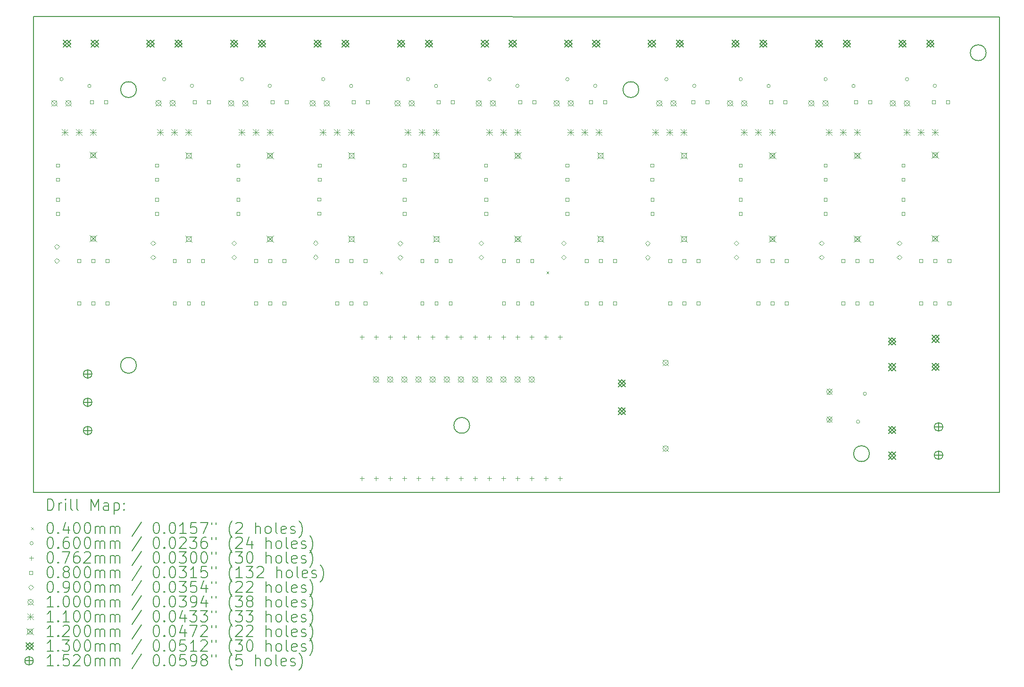
<source format=gbr>
%FSLAX45Y45*%
G04 Gerber Fmt 4.5, Leading zero omitted, Abs format (unit mm)*
G04 Created by KiCad (PCBNEW (6.0.4)) date 2022-05-07 15:38:43*
%MOMM*%
%LPD*%
G01*
G04 APERTURE LIST*
%TA.AperFunction,Profile*%
%ADD10C,0.150000*%
%TD*%
%ADD11C,0.200000*%
%ADD12C,0.040000*%
%ADD13C,0.060000*%
%ADD14C,0.076200*%
%ADD15C,0.080000*%
%ADD16C,0.090000*%
%ADD17C,0.100000*%
%ADD18C,0.110000*%
%ADD19C,0.120000*%
%ADD20C,0.130000*%
%ADD21C,0.152000*%
G04 APERTURE END LIST*
D10*
X-17047113Y-288980D02*
X-17047070Y8262411D01*
X288387Y8257620D02*
X288387Y-288980D01*
X-17047070Y8262411D02*
X288387Y8257620D01*
X-15203323Y1997020D02*
G75*
G03*
X-15203323Y1997020I-141990J0D01*
G01*
X-2046123Y409520D02*
G75*
G03*
X-2046123Y409520I-141990J0D01*
G01*
X-15203323Y6951396D02*
G75*
G03*
X-15203323Y6951396I-141990J0D01*
G01*
X-6186323Y6951396D02*
G75*
G03*
X-6186323Y6951396I-141990J0D01*
G01*
X288387Y-288980D02*
X-17047113Y-288980D01*
X-9221623Y917520D02*
G75*
G03*
X-9221623Y917520I-141990J0D01*
G01*
X49377Y7613396D02*
G75*
G03*
X49377Y7613396I-141990J0D01*
G01*
D11*
D12*
X-10826891Y3685243D02*
X-10786891Y3645243D01*
X-10786891Y3685243D02*
X-10826891Y3645243D01*
X-7842390Y3685243D02*
X-7802390Y3645243D01*
X-7802390Y3685243D02*
X-7842390Y3645243D01*
D13*
X-16517813Y7138396D02*
G75*
G03*
X-16517813Y7138396I-30000J0D01*
G01*
X-16017813Y7018396D02*
G75*
G03*
X-16017813Y7018396I-30000J0D01*
G01*
X-14676313Y7138396D02*
G75*
G03*
X-14676313Y7138396I-30000J0D01*
G01*
X-14176313Y7018396D02*
G75*
G03*
X-14176313Y7018396I-30000J0D01*
G01*
X-13279313Y7138396D02*
G75*
G03*
X-13279313Y7138396I-30000J0D01*
G01*
X-12779313Y7018396D02*
G75*
G03*
X-12779313Y7018396I-30000J0D01*
G01*
X-11818813Y7138396D02*
G75*
G03*
X-11818813Y7138396I-30000J0D01*
G01*
X-11318813Y7018396D02*
G75*
G03*
X-11318813Y7018396I-30000J0D01*
G01*
X-10294813Y7138396D02*
G75*
G03*
X-10294813Y7138396I-30000J0D01*
G01*
X-9794813Y7018396D02*
G75*
G03*
X-9794813Y7018396I-30000J0D01*
G01*
X-8834313Y7138396D02*
G75*
G03*
X-8834313Y7138396I-30000J0D01*
G01*
X-8334313Y7018396D02*
G75*
G03*
X-8334313Y7018396I-30000J0D01*
G01*
X-7437313Y7138396D02*
G75*
G03*
X-7437313Y7138396I-30000J0D01*
G01*
X-6937313Y7018396D02*
G75*
G03*
X-6937313Y7018396I-30000J0D01*
G01*
X-5659313Y7138396D02*
G75*
G03*
X-5659313Y7138396I-30000J0D01*
G01*
X-5159313Y7018396D02*
G75*
G03*
X-5159313Y7018396I-30000J0D01*
G01*
X-4325813Y7138396D02*
G75*
G03*
X-4325813Y7138396I-30000J0D01*
G01*
X-3825813Y7018396D02*
G75*
G03*
X-3825813Y7018396I-30000J0D01*
G01*
X-2801813Y7138396D02*
G75*
G03*
X-2801813Y7138396I-30000J0D01*
G01*
X-2301813Y7018396D02*
G75*
G03*
X-2301813Y7018396I-30000J0D01*
G01*
X-2218113Y985020D02*
G75*
G03*
X-2218113Y985020I-30000J0D01*
G01*
X-2098113Y1485020D02*
G75*
G03*
X-2098113Y1485020I-30000J0D01*
G01*
X-1341313Y7138396D02*
G75*
G03*
X-1341313Y7138396I-30000J0D01*
G01*
X-841313Y7018396D02*
G75*
G03*
X-841313Y7018396I-30000J0D01*
G01*
D14*
X-11154313Y2543120D02*
X-11154313Y2466920D01*
X-11192413Y2505020D02*
X-11116213Y2505020D01*
X-11154313Y3120D02*
X-11154313Y-73080D01*
X-11192413Y-34980D02*
X-11116213Y-34980D01*
X-10900313Y2543120D02*
X-10900313Y2466920D01*
X-10938413Y2505020D02*
X-10862213Y2505020D01*
X-10900313Y3120D02*
X-10900313Y-73080D01*
X-10938413Y-34980D02*
X-10862213Y-34980D01*
X-10646313Y2543120D02*
X-10646313Y2466920D01*
X-10684413Y2505020D02*
X-10608213Y2505020D01*
X-10646313Y3120D02*
X-10646313Y-73080D01*
X-10684413Y-34980D02*
X-10608213Y-34980D01*
X-10392313Y2543120D02*
X-10392313Y2466920D01*
X-10430413Y2505020D02*
X-10354213Y2505020D01*
X-10392313Y3120D02*
X-10392313Y-73080D01*
X-10430413Y-34980D02*
X-10354213Y-34980D01*
X-10138313Y2543120D02*
X-10138313Y2466920D01*
X-10176413Y2505020D02*
X-10100213Y2505020D01*
X-10138313Y3120D02*
X-10138313Y-73080D01*
X-10176413Y-34980D02*
X-10100213Y-34980D01*
X-9884313Y2543120D02*
X-9884313Y2466920D01*
X-9922413Y2505020D02*
X-9846213Y2505020D01*
X-9884313Y3120D02*
X-9884313Y-73080D01*
X-9922413Y-34980D02*
X-9846213Y-34980D01*
X-9630313Y2543120D02*
X-9630313Y2466920D01*
X-9668413Y2505020D02*
X-9592213Y2505020D01*
X-9630313Y3120D02*
X-9630313Y-73080D01*
X-9668413Y-34980D02*
X-9592213Y-34980D01*
X-9376313Y2543120D02*
X-9376313Y2466920D01*
X-9414413Y2505020D02*
X-9338213Y2505020D01*
X-9376313Y3120D02*
X-9376313Y-73080D01*
X-9414413Y-34980D02*
X-9338213Y-34980D01*
X-9122313Y2543120D02*
X-9122313Y2466920D01*
X-9160413Y2505020D02*
X-9084213Y2505020D01*
X-9122313Y3120D02*
X-9122313Y-73080D01*
X-9160413Y-34980D02*
X-9084213Y-34980D01*
X-8868313Y2543120D02*
X-8868313Y2466920D01*
X-8906413Y2505020D02*
X-8830213Y2505020D01*
X-8868313Y3120D02*
X-8868313Y-73080D01*
X-8906413Y-34980D02*
X-8830213Y-34980D01*
X-8614313Y2543120D02*
X-8614313Y2466920D01*
X-8652413Y2505020D02*
X-8576213Y2505020D01*
X-8614313Y3120D02*
X-8614313Y-73080D01*
X-8652413Y-34980D02*
X-8576213Y-34980D01*
X-8360313Y2543120D02*
X-8360313Y2466920D01*
X-8398413Y2505020D02*
X-8322213Y2505020D01*
X-8360313Y3120D02*
X-8360313Y-73080D01*
X-8398413Y-34980D02*
X-8322213Y-34980D01*
X-8106313Y2543120D02*
X-8106313Y2466920D01*
X-8144413Y2505020D02*
X-8068213Y2505020D01*
X-8106313Y3120D02*
X-8106313Y-73080D01*
X-8144413Y-34980D02*
X-8068213Y-34980D01*
X-7852313Y2543120D02*
X-7852313Y2466920D01*
X-7890413Y2505020D02*
X-7814213Y2505020D01*
X-7852313Y3120D02*
X-7852313Y-73080D01*
X-7890413Y-34980D02*
X-7814213Y-34980D01*
X-7598313Y2543120D02*
X-7598313Y2466920D01*
X-7636413Y2505020D02*
X-7560213Y2505020D01*
X-7598313Y3120D02*
X-7598313Y-73080D01*
X-7636413Y-34980D02*
X-7560213Y-34980D01*
D15*
X-16587029Y5561235D02*
X-16587029Y5617804D01*
X-16643598Y5617804D01*
X-16643598Y5561235D01*
X-16587029Y5561235D01*
X-16587029Y5307235D02*
X-16587029Y5363804D01*
X-16643598Y5363804D01*
X-16643598Y5307235D01*
X-16587029Y5307235D01*
X-16587029Y4948735D02*
X-16587029Y5005304D01*
X-16643598Y5005304D01*
X-16643598Y4948735D01*
X-16587029Y4948735D01*
X-16587029Y4694735D02*
X-16587029Y4751304D01*
X-16643598Y4751304D01*
X-16643598Y4694735D01*
X-16587029Y4694735D01*
X-16207029Y3847735D02*
X-16207029Y3904304D01*
X-16263598Y3904304D01*
X-16263598Y3847735D01*
X-16207029Y3847735D01*
X-16207029Y3085735D02*
X-16207029Y3142304D01*
X-16263598Y3142304D01*
X-16263598Y3085735D01*
X-16207029Y3085735D01*
X-15974529Y6702715D02*
X-15974529Y6759284D01*
X-16031098Y6759284D01*
X-16031098Y6702715D01*
X-15974529Y6702715D01*
X-15953029Y3847735D02*
X-15953029Y3904304D01*
X-16009598Y3904304D01*
X-16009598Y3847735D01*
X-15953029Y3847735D01*
X-15953029Y3085735D02*
X-15953029Y3142304D01*
X-16009598Y3142304D01*
X-16009598Y3085735D01*
X-15953029Y3085735D01*
X-15720529Y6702715D02*
X-15720529Y6759284D01*
X-15777098Y6759284D01*
X-15777098Y6702715D01*
X-15720529Y6702715D01*
X-15699029Y3847735D02*
X-15699029Y3904304D01*
X-15755598Y3904304D01*
X-15755598Y3847735D01*
X-15699029Y3847735D01*
X-15699029Y3085735D02*
X-15699029Y3142304D01*
X-15755598Y3142304D01*
X-15755598Y3085735D01*
X-15699029Y3085735D01*
X-14808029Y5561235D02*
X-14808029Y5617804D01*
X-14864598Y5617804D01*
X-14864598Y5561235D01*
X-14808029Y5561235D01*
X-14808029Y5307235D02*
X-14808029Y5363804D01*
X-14864598Y5363804D01*
X-14864598Y5307235D01*
X-14808029Y5307235D01*
X-14808029Y4948735D02*
X-14808029Y5005304D01*
X-14864598Y5005304D01*
X-14864598Y4948735D01*
X-14808029Y4948735D01*
X-14808029Y4694735D02*
X-14808029Y4751304D01*
X-14864598Y4751304D01*
X-14864598Y4694735D01*
X-14808029Y4694735D01*
X-14491529Y3847735D02*
X-14491529Y3904304D01*
X-14548098Y3904304D01*
X-14548098Y3847735D01*
X-14491529Y3847735D01*
X-14491529Y3085735D02*
X-14491529Y3142304D01*
X-14548098Y3142304D01*
X-14548098Y3085735D01*
X-14491529Y3085735D01*
X-14237529Y3847735D02*
X-14237529Y3904304D01*
X-14294098Y3904304D01*
X-14294098Y3847735D01*
X-14237529Y3847735D01*
X-14237529Y3085735D02*
X-14237529Y3142304D01*
X-14294098Y3142304D01*
X-14294098Y3085735D01*
X-14237529Y3085735D01*
X-14133029Y6702715D02*
X-14133029Y6759284D01*
X-14189598Y6759284D01*
X-14189598Y6702715D01*
X-14133029Y6702715D01*
X-13983529Y3847735D02*
X-13983529Y3904304D01*
X-14040098Y3904304D01*
X-14040098Y3847735D01*
X-13983529Y3847735D01*
X-13983529Y3085735D02*
X-13983529Y3142304D01*
X-14040098Y3142304D01*
X-14040098Y3085735D01*
X-13983529Y3085735D01*
X-13879029Y6702715D02*
X-13879029Y6759284D01*
X-13935598Y6759284D01*
X-13935598Y6702715D01*
X-13879029Y6702715D01*
X-13348529Y5561235D02*
X-13348529Y5617804D01*
X-13405098Y5617804D01*
X-13405098Y5561235D01*
X-13348529Y5561235D01*
X-13348529Y5307235D02*
X-13348529Y5363804D01*
X-13405098Y5363804D01*
X-13405098Y5307235D01*
X-13348529Y5307235D01*
X-13348529Y4948735D02*
X-13348529Y5005304D01*
X-13405098Y5005304D01*
X-13405098Y4948735D01*
X-13348529Y4948735D01*
X-13348529Y4694735D02*
X-13348529Y4751304D01*
X-13405098Y4751304D01*
X-13405098Y4694735D01*
X-13348529Y4694735D01*
X-13032029Y3847735D02*
X-13032029Y3904304D01*
X-13088598Y3904304D01*
X-13088598Y3847735D01*
X-13032029Y3847735D01*
X-13032029Y3085735D02*
X-13032029Y3142304D01*
X-13088598Y3142304D01*
X-13088598Y3085735D01*
X-13032029Y3085735D01*
X-12778029Y3847735D02*
X-12778029Y3904304D01*
X-12834598Y3904304D01*
X-12834598Y3847735D01*
X-12778029Y3847735D01*
X-12778029Y3085735D02*
X-12778029Y3142304D01*
X-12834598Y3142304D01*
X-12834598Y3085735D01*
X-12778029Y3085735D01*
X-12736029Y6702715D02*
X-12736029Y6759284D01*
X-12792598Y6759284D01*
X-12792598Y6702715D01*
X-12736029Y6702715D01*
X-12524029Y3847735D02*
X-12524029Y3904304D01*
X-12580598Y3904304D01*
X-12580598Y3847735D01*
X-12524029Y3847735D01*
X-12524029Y3085735D02*
X-12524029Y3142304D01*
X-12580598Y3142304D01*
X-12580598Y3085735D01*
X-12524029Y3085735D01*
X-12482029Y6702715D02*
X-12482029Y6759284D01*
X-12538598Y6759284D01*
X-12538598Y6702715D01*
X-12482029Y6702715D01*
X-11893559Y4950760D02*
X-11893559Y5007329D01*
X-11950128Y5007329D01*
X-11950128Y4950760D01*
X-11893559Y4950760D01*
X-11893559Y4696760D02*
X-11893559Y4753329D01*
X-11950128Y4753329D01*
X-11950128Y4696760D01*
X-11893559Y4696760D01*
X-11888029Y5561235D02*
X-11888029Y5617804D01*
X-11944598Y5617804D01*
X-11944598Y5561235D01*
X-11888029Y5561235D01*
X-11888029Y5307235D02*
X-11888029Y5363804D01*
X-11944598Y5363804D01*
X-11944598Y5307235D01*
X-11888029Y5307235D01*
X-11571529Y3847735D02*
X-11571529Y3904304D01*
X-11628098Y3904304D01*
X-11628098Y3847735D01*
X-11571529Y3847735D01*
X-11571529Y3085735D02*
X-11571529Y3142304D01*
X-11628098Y3142304D01*
X-11628098Y3085735D01*
X-11571529Y3085735D01*
X-11317529Y3847735D02*
X-11317529Y3904304D01*
X-11374098Y3904304D01*
X-11374098Y3847735D01*
X-11317529Y3847735D01*
X-11317529Y3085735D02*
X-11317529Y3142304D01*
X-11374098Y3142304D01*
X-11374098Y3085735D01*
X-11317529Y3085735D01*
X-11275529Y6702715D02*
X-11275529Y6759284D01*
X-11332098Y6759284D01*
X-11332098Y6702715D01*
X-11275529Y6702715D01*
X-11063529Y3847735D02*
X-11063529Y3904304D01*
X-11120098Y3904304D01*
X-11120098Y3847735D01*
X-11063529Y3847735D01*
X-11063529Y3085735D02*
X-11063529Y3142304D01*
X-11120098Y3142304D01*
X-11120098Y3085735D01*
X-11063529Y3085735D01*
X-11021529Y6702715D02*
X-11021529Y6759284D01*
X-11078098Y6759284D01*
X-11078098Y6702715D01*
X-11021529Y6702715D01*
X-10364029Y5561235D02*
X-10364029Y5617804D01*
X-10420598Y5617804D01*
X-10420598Y5561235D01*
X-10364029Y5561235D01*
X-10364029Y5307235D02*
X-10364029Y5363804D01*
X-10420598Y5363804D01*
X-10420598Y5307235D01*
X-10364029Y5307235D01*
X-10362659Y4947026D02*
X-10362659Y5003595D01*
X-10419228Y5003595D01*
X-10419228Y4947026D01*
X-10362659Y4947026D01*
X-10362659Y4693026D02*
X-10362659Y4749595D01*
X-10419228Y4749595D01*
X-10419228Y4693026D01*
X-10362659Y4693026D01*
X-10046529Y3846735D02*
X-10046529Y3903304D01*
X-10103098Y3903304D01*
X-10103098Y3846735D01*
X-10046529Y3846735D01*
X-10046529Y3084735D02*
X-10046529Y3141304D01*
X-10103098Y3141304D01*
X-10103098Y3084735D01*
X-10046529Y3084735D01*
X-9792529Y3846735D02*
X-9792529Y3903304D01*
X-9849098Y3903304D01*
X-9849098Y3846735D01*
X-9792529Y3846735D01*
X-9792529Y3084735D02*
X-9792529Y3141304D01*
X-9849098Y3141304D01*
X-9849098Y3084735D01*
X-9792529Y3084735D01*
X-9751529Y6702715D02*
X-9751529Y6759284D01*
X-9808098Y6759284D01*
X-9808098Y6702715D01*
X-9751529Y6702715D01*
X-9538529Y3846735D02*
X-9538529Y3903304D01*
X-9595098Y3903304D01*
X-9595098Y3846735D01*
X-9538529Y3846735D01*
X-9538529Y3084735D02*
X-9538529Y3141304D01*
X-9595098Y3141304D01*
X-9595098Y3084735D01*
X-9538529Y3084735D01*
X-9497529Y6702715D02*
X-9497529Y6759284D01*
X-9554098Y6759284D01*
X-9554098Y6702715D01*
X-9497529Y6702715D01*
X-8903529Y5561235D02*
X-8903529Y5617804D01*
X-8960098Y5617804D01*
X-8960098Y5561235D01*
X-8903529Y5561235D01*
X-8903529Y5307235D02*
X-8903529Y5363804D01*
X-8960098Y5363804D01*
X-8960098Y5307235D01*
X-8903529Y5307235D01*
X-8898969Y4948735D02*
X-8898969Y5005304D01*
X-8955538Y5005304D01*
X-8955538Y4948735D01*
X-8898969Y4948735D01*
X-8898969Y4694735D02*
X-8898969Y4751304D01*
X-8955538Y4751304D01*
X-8955538Y4694735D01*
X-8898969Y4694735D01*
X-8582681Y3846523D02*
X-8582681Y3903092D01*
X-8639250Y3903092D01*
X-8639250Y3846523D01*
X-8582681Y3846523D01*
X-8582681Y3084523D02*
X-8582681Y3141092D01*
X-8639250Y3141092D01*
X-8639250Y3084523D01*
X-8582681Y3084523D01*
X-8328681Y3846523D02*
X-8328681Y3903092D01*
X-8385250Y3903092D01*
X-8385250Y3846523D01*
X-8328681Y3846523D01*
X-8328681Y3084523D02*
X-8328681Y3141092D01*
X-8385250Y3141092D01*
X-8385250Y3084523D01*
X-8328681Y3084523D01*
X-8291029Y6702715D02*
X-8291029Y6759284D01*
X-8347598Y6759284D01*
X-8347598Y6702715D01*
X-8291029Y6702715D01*
X-8074681Y3846523D02*
X-8074681Y3903092D01*
X-8131250Y3903092D01*
X-8131250Y3846523D01*
X-8074681Y3846523D01*
X-8074681Y3084523D02*
X-8074681Y3141092D01*
X-8131250Y3141092D01*
X-8131250Y3084523D01*
X-8074681Y3084523D01*
X-8037029Y6702715D02*
X-8037029Y6759284D01*
X-8093598Y6759284D01*
X-8093598Y6702715D01*
X-8037029Y6702715D01*
X-7443029Y5561235D02*
X-7443029Y5617804D01*
X-7499598Y5617804D01*
X-7499598Y5561235D01*
X-7443029Y5561235D01*
X-7443029Y5307235D02*
X-7443029Y5363804D01*
X-7499598Y5363804D01*
X-7499598Y5307235D01*
X-7443029Y5307235D01*
X-7443029Y4948735D02*
X-7443029Y5005304D01*
X-7499598Y5005304D01*
X-7499598Y4948735D01*
X-7443029Y4948735D01*
X-7443029Y4694735D02*
X-7443029Y4751304D01*
X-7499598Y4751304D01*
X-7499598Y4694735D01*
X-7443029Y4694735D01*
X-7097415Y3847735D02*
X-7097415Y3904304D01*
X-7153984Y3904304D01*
X-7153984Y3847735D01*
X-7097415Y3847735D01*
X-7097415Y3085735D02*
X-7097415Y3142304D01*
X-7153984Y3142304D01*
X-7153984Y3085735D01*
X-7097415Y3085735D01*
X-7021029Y6702715D02*
X-7021029Y6759284D01*
X-7077598Y6759284D01*
X-7077598Y6702715D01*
X-7021029Y6702715D01*
X-6843415Y3847735D02*
X-6843415Y3904304D01*
X-6899984Y3904304D01*
X-6899984Y3847735D01*
X-6843415Y3847735D01*
X-6843415Y3085735D02*
X-6843415Y3142304D01*
X-6899984Y3142304D01*
X-6899984Y3085735D01*
X-6843415Y3085735D01*
X-6767029Y6702715D02*
X-6767029Y6759284D01*
X-6823598Y6759284D01*
X-6823598Y6702715D01*
X-6767029Y6702715D01*
X-6589415Y3847735D02*
X-6589415Y3904304D01*
X-6645984Y3904304D01*
X-6645984Y3847735D01*
X-6589415Y3847735D01*
X-6589415Y3085735D02*
X-6589415Y3142304D01*
X-6645984Y3142304D01*
X-6645984Y3085735D01*
X-6589415Y3085735D01*
X-5919029Y5561235D02*
X-5919029Y5617804D01*
X-5975598Y5617804D01*
X-5975598Y5561235D01*
X-5919029Y5561235D01*
X-5919029Y5307235D02*
X-5919029Y5363804D01*
X-5975598Y5363804D01*
X-5975598Y5307235D01*
X-5919029Y5307235D01*
X-5915580Y4948735D02*
X-5915580Y5005304D01*
X-5972149Y5005304D01*
X-5972149Y4948735D01*
X-5915580Y4948735D01*
X-5915580Y4694735D02*
X-5915580Y4751304D01*
X-5972149Y4751304D01*
X-5972149Y4694735D01*
X-5915580Y4694735D01*
X-5599293Y3847735D02*
X-5599293Y3904304D01*
X-5655862Y3904304D01*
X-5655862Y3847735D01*
X-5599293Y3847735D01*
X-5599293Y3085735D02*
X-5599293Y3142304D01*
X-5655862Y3142304D01*
X-5655862Y3085735D01*
X-5599293Y3085735D01*
X-5345293Y3847735D02*
X-5345293Y3904304D01*
X-5401862Y3904304D01*
X-5401862Y3847735D01*
X-5345293Y3847735D01*
X-5345293Y3085735D02*
X-5345293Y3142304D01*
X-5401862Y3142304D01*
X-5401862Y3085735D01*
X-5345293Y3085735D01*
X-5179529Y6702715D02*
X-5179529Y6759284D01*
X-5236098Y6759284D01*
X-5236098Y6702715D01*
X-5179529Y6702715D01*
X-5091293Y3847735D02*
X-5091293Y3904304D01*
X-5147862Y3904304D01*
X-5147862Y3847735D01*
X-5091293Y3847735D01*
X-5091293Y3085735D02*
X-5091293Y3142304D01*
X-5147862Y3142304D01*
X-5147862Y3085735D01*
X-5091293Y3085735D01*
X-4925529Y6702715D02*
X-4925529Y6759284D01*
X-4982098Y6759284D01*
X-4982098Y6702715D01*
X-4925529Y6702715D01*
X-4331529Y5561235D02*
X-4331529Y5617804D01*
X-4388098Y5617804D01*
X-4388098Y5561235D01*
X-4331529Y5561235D01*
X-4331529Y5307235D02*
X-4331529Y5363804D01*
X-4388098Y5363804D01*
X-4388098Y5307235D01*
X-4331529Y5307235D01*
X-4331529Y4948735D02*
X-4331529Y5005304D01*
X-4388098Y5005304D01*
X-4388098Y4948735D01*
X-4331529Y4948735D01*
X-4331529Y4694735D02*
X-4331529Y4751304D01*
X-4388098Y4751304D01*
X-4388098Y4694735D01*
X-4331529Y4694735D01*
X-4015029Y3847735D02*
X-4015029Y3904304D01*
X-4071598Y3904304D01*
X-4071598Y3847735D01*
X-4015029Y3847735D01*
X-4015029Y3085735D02*
X-4015029Y3142304D01*
X-4071598Y3142304D01*
X-4071598Y3085735D01*
X-4015029Y3085735D01*
X-3782529Y6702715D02*
X-3782529Y6759284D01*
X-3839098Y6759284D01*
X-3839098Y6702715D01*
X-3782529Y6702715D01*
X-3761029Y3847735D02*
X-3761029Y3904304D01*
X-3817598Y3904304D01*
X-3817598Y3847735D01*
X-3761029Y3847735D01*
X-3761029Y3085735D02*
X-3761029Y3142304D01*
X-3817598Y3142304D01*
X-3817598Y3085735D01*
X-3761029Y3085735D01*
X-3528529Y6702715D02*
X-3528529Y6759284D01*
X-3585098Y6759284D01*
X-3585098Y6702715D01*
X-3528529Y6702715D01*
X-3507029Y3847735D02*
X-3507029Y3904304D01*
X-3563598Y3904304D01*
X-3563598Y3847735D01*
X-3507029Y3847735D01*
X-3507029Y3085735D02*
X-3507029Y3142304D01*
X-3563598Y3142304D01*
X-3563598Y3085735D01*
X-3507029Y3085735D01*
X-2807529Y5561235D02*
X-2807529Y5617804D01*
X-2864098Y5617804D01*
X-2864098Y5561235D01*
X-2807529Y5561235D01*
X-2807529Y5307235D02*
X-2807529Y5363804D01*
X-2864098Y5363804D01*
X-2864098Y5307235D01*
X-2807529Y5307235D01*
X-2807529Y4948735D02*
X-2807529Y5005304D01*
X-2864098Y5005304D01*
X-2864098Y4948735D01*
X-2807529Y4948735D01*
X-2807529Y4694735D02*
X-2807529Y4751304D01*
X-2864098Y4751304D01*
X-2864098Y4694735D01*
X-2807529Y4694735D01*
X-2491029Y3847735D02*
X-2491029Y3904304D01*
X-2547598Y3904304D01*
X-2547598Y3847735D01*
X-2491029Y3847735D01*
X-2491029Y3085735D02*
X-2491029Y3142304D01*
X-2547598Y3142304D01*
X-2547598Y3085735D01*
X-2491029Y3085735D01*
X-2258529Y6702715D02*
X-2258529Y6759284D01*
X-2315098Y6759284D01*
X-2315098Y6702715D01*
X-2258529Y6702715D01*
X-2237029Y3847735D02*
X-2237029Y3904304D01*
X-2293598Y3904304D01*
X-2293598Y3847735D01*
X-2237029Y3847735D01*
X-2237029Y3085735D02*
X-2237029Y3142304D01*
X-2293598Y3142304D01*
X-2293598Y3085735D01*
X-2237029Y3085735D01*
X-2004529Y6702715D02*
X-2004529Y6759284D01*
X-2061098Y6759284D01*
X-2061098Y6702715D01*
X-2004529Y6702715D01*
X-1983029Y3847735D02*
X-1983029Y3904304D01*
X-2039598Y3904304D01*
X-2039598Y3847735D01*
X-1983029Y3847735D01*
X-1983029Y3085735D02*
X-1983029Y3142304D01*
X-2039598Y3142304D01*
X-2039598Y3085735D01*
X-1983029Y3085735D01*
X-1410529Y5561235D02*
X-1410529Y5617804D01*
X-1467098Y5617804D01*
X-1467098Y5561235D01*
X-1410529Y5561235D01*
X-1410529Y5307235D02*
X-1410529Y5363804D01*
X-1467098Y5363804D01*
X-1467098Y5307235D01*
X-1410529Y5307235D01*
X-1410529Y4948735D02*
X-1410529Y5005304D01*
X-1467098Y5005304D01*
X-1467098Y4948735D01*
X-1410529Y4948735D01*
X-1410529Y4694735D02*
X-1410529Y4751304D01*
X-1467098Y4751304D01*
X-1467098Y4694735D01*
X-1410529Y4694735D01*
X-1094029Y3847735D02*
X-1094029Y3904304D01*
X-1150598Y3904304D01*
X-1150598Y3847735D01*
X-1094029Y3847735D01*
X-1094029Y3085735D02*
X-1094029Y3142304D01*
X-1150598Y3142304D01*
X-1150598Y3085735D01*
X-1094029Y3085735D01*
X-861529Y6702715D02*
X-861529Y6759284D01*
X-918098Y6759284D01*
X-918098Y6702715D01*
X-861529Y6702715D01*
X-840029Y3847735D02*
X-840029Y3904304D01*
X-896598Y3904304D01*
X-896598Y3847735D01*
X-840029Y3847735D01*
X-840029Y3085735D02*
X-840029Y3142304D01*
X-896598Y3142304D01*
X-896598Y3085735D01*
X-840029Y3085735D01*
X-607529Y6702715D02*
X-607529Y6759284D01*
X-664098Y6759284D01*
X-664098Y6702715D01*
X-607529Y6702715D01*
X-586029Y3847735D02*
X-586029Y3904304D01*
X-642598Y3904304D01*
X-642598Y3847735D01*
X-586029Y3847735D01*
X-586029Y3085735D02*
X-586029Y3142304D01*
X-642598Y3142304D01*
X-642598Y3085735D01*
X-586029Y3085735D01*
D16*
X-16633569Y4086491D02*
X-16588569Y4131491D01*
X-16633569Y4176491D01*
X-16678569Y4131491D01*
X-16633569Y4086491D01*
X-16633569Y3832491D02*
X-16588569Y3877491D01*
X-16633569Y3922491D01*
X-16678569Y3877491D01*
X-16633569Y3832491D01*
X-14906403Y4148020D02*
X-14861403Y4193020D01*
X-14906403Y4238020D01*
X-14951403Y4193020D01*
X-14906403Y4148020D01*
X-14906403Y3894020D02*
X-14861403Y3939020D01*
X-14906403Y3984020D01*
X-14951403Y3939020D01*
X-14906403Y3894020D01*
X-13452324Y4148347D02*
X-13407324Y4193347D01*
X-13452324Y4238347D01*
X-13497324Y4193347D01*
X-13452324Y4148347D01*
X-13452324Y3894347D02*
X-13407324Y3939347D01*
X-13452324Y3984347D01*
X-13497324Y3939347D01*
X-13452324Y3894347D01*
X-11987752Y4149083D02*
X-11942752Y4194083D01*
X-11987752Y4239083D01*
X-12032752Y4194083D01*
X-11987752Y4149083D01*
X-11987752Y3895083D02*
X-11942752Y3940083D01*
X-11987752Y3985083D01*
X-12032752Y3940083D01*
X-11987752Y3895083D01*
X-10468822Y4144974D02*
X-10423822Y4189974D01*
X-10468822Y4234974D01*
X-10513822Y4189974D01*
X-10468822Y4144974D01*
X-10468822Y3890974D02*
X-10423822Y3935974D01*
X-10468822Y3980974D01*
X-10513822Y3935974D01*
X-10468822Y3890974D01*
X-9014707Y4148322D02*
X-8969707Y4193322D01*
X-9014707Y4238322D01*
X-9059707Y4193322D01*
X-9014707Y4148322D01*
X-9014707Y3894322D02*
X-8969707Y3939322D01*
X-9014707Y3984322D01*
X-9059707Y3939322D01*
X-9014707Y3894322D01*
X-7533572Y4148020D02*
X-7488572Y4193020D01*
X-7533572Y4238020D01*
X-7578572Y4193020D01*
X-7533572Y4148020D01*
X-7533572Y3894020D02*
X-7488572Y3939020D01*
X-7533572Y3984020D01*
X-7578572Y3939020D01*
X-7533572Y3894020D01*
X-6027620Y4145313D02*
X-5982620Y4190313D01*
X-6027620Y4235313D01*
X-6072620Y4190313D01*
X-6027620Y4145313D01*
X-6027620Y3891313D02*
X-5982620Y3936313D01*
X-6027620Y3981313D01*
X-6072620Y3936313D01*
X-6027620Y3891313D01*
X-4436342Y4148752D02*
X-4391342Y4193752D01*
X-4436342Y4238752D01*
X-4481342Y4193752D01*
X-4436342Y4148752D01*
X-4436342Y3894752D02*
X-4391342Y3939752D01*
X-4436342Y3984752D01*
X-4481342Y3939752D01*
X-4436342Y3894752D01*
X-2906799Y4148752D02*
X-2861799Y4193752D01*
X-2906799Y4238752D01*
X-2951799Y4193752D01*
X-2906799Y4148752D01*
X-2906799Y3894752D02*
X-2861799Y3939752D01*
X-2906799Y3984752D01*
X-2951799Y3939752D01*
X-2906799Y3894752D01*
X-1509907Y4148752D02*
X-1464907Y4193752D01*
X-1509907Y4238752D01*
X-1554907Y4193752D01*
X-1509907Y4148752D01*
X-1509907Y3894752D02*
X-1464907Y3939752D01*
X-1509907Y3984752D01*
X-1554907Y3939752D01*
X-1509907Y3894752D01*
D17*
X-16726813Y6756000D02*
X-16626813Y6656000D01*
X-16626813Y6756000D02*
X-16726813Y6656000D01*
X-16626813Y6706000D02*
G75*
G03*
X-16626813Y6706000I-50000J0D01*
G01*
X-16472813Y6756000D02*
X-16372813Y6656000D01*
X-16372813Y6756000D02*
X-16472813Y6656000D01*
X-16372813Y6706000D02*
G75*
G03*
X-16372813Y6706000I-50000J0D01*
G01*
X-14858244Y6759320D02*
X-14758244Y6659320D01*
X-14758244Y6759320D02*
X-14858244Y6659320D01*
X-14758244Y6709320D02*
G75*
G03*
X-14758244Y6709320I-50000J0D01*
G01*
X-14604244Y6759320D02*
X-14504244Y6659320D01*
X-14504244Y6759320D02*
X-14604244Y6659320D01*
X-14504244Y6709320D02*
G75*
G03*
X-14504244Y6709320I-50000J0D01*
G01*
X-13551813Y6756000D02*
X-13451813Y6656000D01*
X-13451813Y6756000D02*
X-13551813Y6656000D01*
X-13451813Y6706000D02*
G75*
G03*
X-13451813Y6706000I-50000J0D01*
G01*
X-13297813Y6756000D02*
X-13197813Y6656000D01*
X-13197813Y6756000D02*
X-13297813Y6656000D01*
X-13197813Y6706000D02*
G75*
G03*
X-13197813Y6706000I-50000J0D01*
G01*
X-12091313Y6756000D02*
X-11991313Y6656000D01*
X-11991313Y6756000D02*
X-12091313Y6656000D01*
X-11991313Y6706000D02*
G75*
G03*
X-11991313Y6706000I-50000J0D01*
G01*
X-11837313Y6756000D02*
X-11737313Y6656000D01*
X-11737313Y6756000D02*
X-11837313Y6656000D01*
X-11737313Y6706000D02*
G75*
G03*
X-11737313Y6706000I-50000J0D01*
G01*
X-10950813Y1793020D02*
X-10850813Y1693020D01*
X-10850813Y1793020D02*
X-10950813Y1693020D01*
X-10850813Y1743020D02*
G75*
G03*
X-10850813Y1743020I-50000J0D01*
G01*
X-10696813Y1793020D02*
X-10596813Y1693020D01*
X-10596813Y1793020D02*
X-10696813Y1693020D01*
X-10596813Y1743020D02*
G75*
G03*
X-10596813Y1743020I-50000J0D01*
G01*
X-10567313Y6756000D02*
X-10467313Y6656000D01*
X-10467313Y6756000D02*
X-10567313Y6656000D01*
X-10467313Y6706000D02*
G75*
G03*
X-10467313Y6706000I-50000J0D01*
G01*
X-10442813Y1793020D02*
X-10342813Y1693020D01*
X-10342813Y1793020D02*
X-10442813Y1693020D01*
X-10342813Y1743020D02*
G75*
G03*
X-10342813Y1743020I-50000J0D01*
G01*
X-10313313Y6756000D02*
X-10213313Y6656000D01*
X-10213313Y6756000D02*
X-10313313Y6656000D01*
X-10213313Y6706000D02*
G75*
G03*
X-10213313Y6706000I-50000J0D01*
G01*
X-10188813Y1793020D02*
X-10088813Y1693020D01*
X-10088813Y1793020D02*
X-10188813Y1693020D01*
X-10088813Y1743020D02*
G75*
G03*
X-10088813Y1743020I-50000J0D01*
G01*
X-9934813Y1793020D02*
X-9834813Y1693020D01*
X-9834813Y1793020D02*
X-9934813Y1693020D01*
X-9834813Y1743020D02*
G75*
G03*
X-9834813Y1743020I-50000J0D01*
G01*
X-9680813Y1793020D02*
X-9580813Y1693020D01*
X-9580813Y1793020D02*
X-9680813Y1693020D01*
X-9580813Y1743020D02*
G75*
G03*
X-9580813Y1743020I-50000J0D01*
G01*
X-9426813Y1793020D02*
X-9326813Y1693020D01*
X-9326813Y1793020D02*
X-9426813Y1693020D01*
X-9326813Y1743020D02*
G75*
G03*
X-9326813Y1743020I-50000J0D01*
G01*
X-9172813Y1793020D02*
X-9072813Y1693020D01*
X-9072813Y1793020D02*
X-9172813Y1693020D01*
X-9072813Y1743020D02*
G75*
G03*
X-9072813Y1743020I-50000J0D01*
G01*
X-9106813Y6756000D02*
X-9006813Y6656000D01*
X-9006813Y6756000D02*
X-9106813Y6656000D01*
X-9006813Y6706000D02*
G75*
G03*
X-9006813Y6706000I-50000J0D01*
G01*
X-8918813Y1793020D02*
X-8818813Y1693020D01*
X-8818813Y1793020D02*
X-8918813Y1693020D01*
X-8818813Y1743020D02*
G75*
G03*
X-8818813Y1743020I-50000J0D01*
G01*
X-8852813Y6756000D02*
X-8752813Y6656000D01*
X-8752813Y6756000D02*
X-8852813Y6656000D01*
X-8752813Y6706000D02*
G75*
G03*
X-8752813Y6706000I-50000J0D01*
G01*
X-8664813Y1793020D02*
X-8564813Y1693020D01*
X-8564813Y1793020D02*
X-8664813Y1693020D01*
X-8564813Y1743020D02*
G75*
G03*
X-8564813Y1743020I-50000J0D01*
G01*
X-8410813Y1793020D02*
X-8310813Y1693020D01*
X-8310813Y1793020D02*
X-8410813Y1693020D01*
X-8310813Y1743020D02*
G75*
G03*
X-8310813Y1743020I-50000J0D01*
G01*
X-8156813Y1793020D02*
X-8056813Y1693020D01*
X-8056813Y1793020D02*
X-8156813Y1693020D01*
X-8056813Y1743020D02*
G75*
G03*
X-8056813Y1743020I-50000J0D01*
G01*
X-7709813Y6756000D02*
X-7609813Y6656000D01*
X-7609813Y6756000D02*
X-7709813Y6656000D01*
X-7609813Y6706000D02*
G75*
G03*
X-7609813Y6706000I-50000J0D01*
G01*
X-7455813Y6756000D02*
X-7355813Y6656000D01*
X-7355813Y6756000D02*
X-7455813Y6656000D01*
X-7355813Y6706000D02*
G75*
G03*
X-7355813Y6706000I-50000J0D01*
G01*
X-5868313Y6756000D02*
X-5768313Y6656000D01*
X-5768313Y6756000D02*
X-5868313Y6656000D01*
X-5768313Y6706000D02*
G75*
G03*
X-5768313Y6706000I-50000J0D01*
G01*
X-5753863Y2092746D02*
X-5653863Y1992746D01*
X-5653863Y2092746D02*
X-5753863Y1992746D01*
X-5653863Y2042746D02*
G75*
G03*
X-5653863Y2042746I-50000J0D01*
G01*
X-5753863Y552746D02*
X-5653863Y452746D01*
X-5653863Y552746D02*
X-5753863Y452746D01*
X-5653863Y502746D02*
G75*
G03*
X-5653863Y502746I-50000J0D01*
G01*
X-5614313Y6756000D02*
X-5514313Y6656000D01*
X-5514313Y6756000D02*
X-5614313Y6656000D01*
X-5514313Y6706000D02*
G75*
G03*
X-5514313Y6706000I-50000J0D01*
G01*
X-4598313Y6756000D02*
X-4498313Y6656000D01*
X-4498313Y6756000D02*
X-4598313Y6656000D01*
X-4498313Y6706000D02*
G75*
G03*
X-4498313Y6706000I-50000J0D01*
G01*
X-4344313Y6756000D02*
X-4244313Y6656000D01*
X-4244313Y6756000D02*
X-4344313Y6656000D01*
X-4244313Y6706000D02*
G75*
G03*
X-4244313Y6706000I-50000J0D01*
G01*
X-3137813Y6756000D02*
X-3037813Y6656000D01*
X-3037813Y6756000D02*
X-3137813Y6656000D01*
X-3037813Y6706000D02*
G75*
G03*
X-3037813Y6706000I-50000J0D01*
G01*
X-2883813Y6756000D02*
X-2783813Y6656000D01*
X-2783813Y6756000D02*
X-2883813Y6656000D01*
X-2783813Y6706000D02*
G75*
G03*
X-2783813Y6706000I-50000J0D01*
G01*
X-2813863Y1572746D02*
X-2713863Y1472746D01*
X-2713863Y1572746D02*
X-2813863Y1472746D01*
X-2713863Y1522746D02*
G75*
G03*
X-2713863Y1522746I-50000J0D01*
G01*
X-2813863Y1072746D02*
X-2713863Y972746D01*
X-2713863Y1072746D02*
X-2813863Y972746D01*
X-2713863Y1022746D02*
G75*
G03*
X-2713863Y1022746I-50000J0D01*
G01*
X-1677313Y6756000D02*
X-1577313Y6656000D01*
X-1577313Y6756000D02*
X-1677313Y6656000D01*
X-1577313Y6706000D02*
G75*
G03*
X-1577313Y6706000I-50000J0D01*
G01*
X-1423313Y6756000D02*
X-1323313Y6656000D01*
X-1323313Y6756000D02*
X-1423313Y6656000D01*
X-1323313Y6706000D02*
G75*
G03*
X-1323313Y6706000I-50000J0D01*
G01*
D18*
X-16543313Y6240039D02*
X-16433313Y6130039D01*
X-16433313Y6240039D02*
X-16543313Y6130039D01*
X-16488313Y6240039D02*
X-16488313Y6130039D01*
X-16543313Y6185039D02*
X-16433313Y6185039D01*
X-16289313Y6240039D02*
X-16179313Y6130039D01*
X-16179313Y6240039D02*
X-16289313Y6130039D01*
X-16234313Y6240039D02*
X-16234313Y6130039D01*
X-16289313Y6185039D02*
X-16179313Y6185039D01*
X-16035313Y6240039D02*
X-15925313Y6130039D01*
X-15925313Y6240039D02*
X-16035313Y6130039D01*
X-15980313Y6240039D02*
X-15980313Y6130039D01*
X-16035313Y6185039D02*
X-15925313Y6185039D01*
X-14828813Y6240039D02*
X-14718813Y6130039D01*
X-14718813Y6240039D02*
X-14828813Y6130039D01*
X-14773813Y6240039D02*
X-14773813Y6130039D01*
X-14828813Y6185039D02*
X-14718813Y6185039D01*
X-14574813Y6240039D02*
X-14464813Y6130039D01*
X-14464813Y6240039D02*
X-14574813Y6130039D01*
X-14519813Y6240039D02*
X-14519813Y6130039D01*
X-14574813Y6185039D02*
X-14464813Y6185039D01*
X-14320813Y6240039D02*
X-14210813Y6130039D01*
X-14210813Y6240039D02*
X-14320813Y6130039D01*
X-14265813Y6240039D02*
X-14265813Y6130039D01*
X-14320813Y6185039D02*
X-14210813Y6185039D01*
X-13368313Y6240039D02*
X-13258313Y6130039D01*
X-13258313Y6240039D02*
X-13368313Y6130039D01*
X-13313313Y6240039D02*
X-13313313Y6130039D01*
X-13368313Y6185039D02*
X-13258313Y6185039D01*
X-13114313Y6240039D02*
X-13004313Y6130039D01*
X-13004313Y6240039D02*
X-13114313Y6130039D01*
X-13059313Y6240039D02*
X-13059313Y6130039D01*
X-13114313Y6185039D02*
X-13004313Y6185039D01*
X-12860313Y6240039D02*
X-12750313Y6130039D01*
X-12750313Y6240039D02*
X-12860313Y6130039D01*
X-12805313Y6240039D02*
X-12805313Y6130039D01*
X-12860313Y6185039D02*
X-12750313Y6185039D01*
X-11907813Y6240039D02*
X-11797813Y6130039D01*
X-11797813Y6240039D02*
X-11907813Y6130039D01*
X-11852813Y6240039D02*
X-11852813Y6130039D01*
X-11907813Y6185039D02*
X-11797813Y6185039D01*
X-11653813Y6240039D02*
X-11543813Y6130039D01*
X-11543813Y6240039D02*
X-11653813Y6130039D01*
X-11598813Y6240039D02*
X-11598813Y6130039D01*
X-11653813Y6185039D02*
X-11543813Y6185039D01*
X-11399813Y6240039D02*
X-11289813Y6130039D01*
X-11289813Y6240039D02*
X-11399813Y6130039D01*
X-11344813Y6240039D02*
X-11344813Y6130039D01*
X-11399813Y6185039D02*
X-11289813Y6185039D01*
X-10383813Y6240039D02*
X-10273813Y6130039D01*
X-10273813Y6240039D02*
X-10383813Y6130039D01*
X-10328813Y6240039D02*
X-10328813Y6130039D01*
X-10383813Y6185039D02*
X-10273813Y6185039D01*
X-10129813Y6240039D02*
X-10019813Y6130039D01*
X-10019813Y6240039D02*
X-10129813Y6130039D01*
X-10074813Y6240039D02*
X-10074813Y6130039D01*
X-10129813Y6185039D02*
X-10019813Y6185039D01*
X-9875813Y6240039D02*
X-9765813Y6130039D01*
X-9765813Y6240039D02*
X-9875813Y6130039D01*
X-9820813Y6240039D02*
X-9820813Y6130039D01*
X-9875813Y6185039D02*
X-9765813Y6185039D01*
X-8923313Y6240039D02*
X-8813313Y6130039D01*
X-8813313Y6240039D02*
X-8923313Y6130039D01*
X-8868313Y6240039D02*
X-8868313Y6130039D01*
X-8923313Y6185039D02*
X-8813313Y6185039D01*
X-8669313Y6240039D02*
X-8559313Y6130039D01*
X-8559313Y6240039D02*
X-8669313Y6130039D01*
X-8614313Y6240039D02*
X-8614313Y6130039D01*
X-8669313Y6185039D02*
X-8559313Y6185039D01*
X-8415313Y6240039D02*
X-8305313Y6130039D01*
X-8305313Y6240039D02*
X-8415313Y6130039D01*
X-8360313Y6240039D02*
X-8360313Y6130039D01*
X-8415313Y6185039D02*
X-8305313Y6185039D01*
X-7462813Y6240039D02*
X-7352813Y6130039D01*
X-7352813Y6240039D02*
X-7462813Y6130039D01*
X-7407813Y6240039D02*
X-7407813Y6130039D01*
X-7462813Y6185039D02*
X-7352813Y6185039D01*
X-7208813Y6240039D02*
X-7098813Y6130039D01*
X-7098813Y6240039D02*
X-7208813Y6130039D01*
X-7153813Y6240039D02*
X-7153813Y6130039D01*
X-7208813Y6185039D02*
X-7098813Y6185039D01*
X-6954813Y6240039D02*
X-6844813Y6130039D01*
X-6844813Y6240039D02*
X-6954813Y6130039D01*
X-6899813Y6240039D02*
X-6899813Y6130039D01*
X-6954813Y6185039D02*
X-6844813Y6185039D01*
X-5938813Y6240039D02*
X-5828813Y6130039D01*
X-5828813Y6240039D02*
X-5938813Y6130039D01*
X-5883813Y6240039D02*
X-5883813Y6130039D01*
X-5938813Y6185039D02*
X-5828813Y6185039D01*
X-5684813Y6240039D02*
X-5574813Y6130039D01*
X-5574813Y6240039D02*
X-5684813Y6130039D01*
X-5629813Y6240039D02*
X-5629813Y6130039D01*
X-5684813Y6185039D02*
X-5574813Y6185039D01*
X-5430813Y6240039D02*
X-5320813Y6130039D01*
X-5320813Y6240039D02*
X-5430813Y6130039D01*
X-5375813Y6240039D02*
X-5375813Y6130039D01*
X-5430813Y6185039D02*
X-5320813Y6185039D01*
X-4351313Y6240039D02*
X-4241313Y6130039D01*
X-4241313Y6240039D02*
X-4351313Y6130039D01*
X-4296313Y6240039D02*
X-4296313Y6130039D01*
X-4351313Y6185039D02*
X-4241313Y6185039D01*
X-4097313Y6240039D02*
X-3987313Y6130039D01*
X-3987313Y6240039D02*
X-4097313Y6130039D01*
X-4042313Y6240039D02*
X-4042313Y6130039D01*
X-4097313Y6185039D02*
X-3987313Y6185039D01*
X-3843313Y6240039D02*
X-3733313Y6130039D01*
X-3733313Y6240039D02*
X-3843313Y6130039D01*
X-3788313Y6240039D02*
X-3788313Y6130039D01*
X-3843313Y6185039D02*
X-3733313Y6185039D01*
X-2827313Y6240039D02*
X-2717313Y6130039D01*
X-2717313Y6240039D02*
X-2827313Y6130039D01*
X-2772313Y6240039D02*
X-2772313Y6130039D01*
X-2827313Y6185039D02*
X-2717313Y6185039D01*
X-2573313Y6240039D02*
X-2463313Y6130039D01*
X-2463313Y6240039D02*
X-2573313Y6130039D01*
X-2518313Y6240039D02*
X-2518313Y6130039D01*
X-2573313Y6185039D02*
X-2463313Y6185039D01*
X-2319313Y6240039D02*
X-2209313Y6130039D01*
X-2209313Y6240039D02*
X-2319313Y6130039D01*
X-2264313Y6240039D02*
X-2264313Y6130039D01*
X-2319313Y6185039D02*
X-2209313Y6185039D01*
X-1430313Y6240039D02*
X-1320313Y6130039D01*
X-1320313Y6240039D02*
X-1430313Y6130039D01*
X-1375313Y6240039D02*
X-1375313Y6130039D01*
X-1430313Y6185039D02*
X-1320313Y6185039D01*
X-1176313Y6240039D02*
X-1066313Y6130039D01*
X-1066313Y6240039D02*
X-1176313Y6130039D01*
X-1121313Y6240039D02*
X-1121313Y6130039D01*
X-1176313Y6185039D02*
X-1066313Y6185039D01*
X-922313Y6240039D02*
X-812313Y6130039D01*
X-812313Y6240039D02*
X-922313Y6130039D01*
X-867313Y6240039D02*
X-867313Y6130039D01*
X-922313Y6185039D02*
X-812313Y6185039D01*
D19*
X-16040313Y5838500D02*
X-15920313Y5718500D01*
X-15920313Y5838500D02*
X-16040313Y5718500D01*
X-15937887Y5736073D02*
X-15937887Y5820927D01*
X-16022740Y5820927D01*
X-16022740Y5736073D01*
X-15937887Y5736073D01*
X-16040313Y4338500D02*
X-15920313Y4218500D01*
X-15920313Y4338500D02*
X-16040313Y4218500D01*
X-15937887Y4236073D02*
X-15937887Y4320927D01*
X-16022740Y4320927D01*
X-16022740Y4236073D01*
X-15937887Y4236073D01*
X-14324813Y5826500D02*
X-14204813Y5706500D01*
X-14204813Y5826500D02*
X-14324813Y5706500D01*
X-14222387Y5724073D02*
X-14222387Y5808927D01*
X-14307240Y5808927D01*
X-14307240Y5724073D01*
X-14222387Y5724073D01*
X-14324813Y4326500D02*
X-14204813Y4206500D01*
X-14204813Y4326500D02*
X-14324813Y4206500D01*
X-14222387Y4224073D02*
X-14222387Y4308927D01*
X-14307240Y4308927D01*
X-14307240Y4224073D01*
X-14222387Y4224073D01*
X-12865313Y5826500D02*
X-12745313Y5706500D01*
X-12745313Y5826500D02*
X-12865313Y5706500D01*
X-12762887Y5724073D02*
X-12762887Y5808927D01*
X-12847740Y5808927D01*
X-12847740Y5724073D01*
X-12762887Y5724073D01*
X-12865313Y4326500D02*
X-12745313Y4206500D01*
X-12745313Y4326500D02*
X-12865313Y4206500D01*
X-12762887Y4224073D02*
X-12762887Y4308927D01*
X-12847740Y4308927D01*
X-12847740Y4224073D01*
X-12762887Y4224073D01*
X-11404813Y5826500D02*
X-11284813Y5706500D01*
X-11284813Y5826500D02*
X-11404813Y5706500D01*
X-11302387Y5724073D02*
X-11302387Y5808927D01*
X-11387240Y5808927D01*
X-11387240Y5724073D01*
X-11302387Y5724073D01*
X-11404813Y4326500D02*
X-11284813Y4206500D01*
X-11284813Y4326500D02*
X-11404813Y4206500D01*
X-11302387Y4224073D02*
X-11302387Y4308927D01*
X-11387240Y4308927D01*
X-11387240Y4224073D01*
X-11302387Y4224073D01*
X-9880813Y5826500D02*
X-9760813Y5706500D01*
X-9760813Y5826500D02*
X-9880813Y5706500D01*
X-9778387Y5724073D02*
X-9778387Y5808927D01*
X-9863240Y5808927D01*
X-9863240Y5724073D01*
X-9778387Y5724073D01*
X-9880813Y4326500D02*
X-9760813Y4206500D01*
X-9760813Y4326500D02*
X-9880813Y4206500D01*
X-9778387Y4224073D02*
X-9778387Y4308927D01*
X-9863240Y4308927D01*
X-9863240Y4224073D01*
X-9778387Y4224073D01*
X-8420313Y5826500D02*
X-8300313Y5706500D01*
X-8300313Y5826500D02*
X-8420313Y5706500D01*
X-8317887Y5724073D02*
X-8317887Y5808927D01*
X-8402740Y5808927D01*
X-8402740Y5724073D01*
X-8317887Y5724073D01*
X-8420313Y4326500D02*
X-8300313Y4206500D01*
X-8300313Y4326500D02*
X-8420313Y4206500D01*
X-8317887Y4224073D02*
X-8317887Y4308927D01*
X-8402740Y4308927D01*
X-8402740Y4224073D01*
X-8317887Y4224073D01*
X-6930700Y5826500D02*
X-6810700Y5706500D01*
X-6810700Y5826500D02*
X-6930700Y5706500D01*
X-6828273Y5724073D02*
X-6828273Y5808927D01*
X-6913127Y5808927D01*
X-6913127Y5724073D01*
X-6828273Y5724073D01*
X-6930700Y4326500D02*
X-6810700Y4206500D01*
X-6810700Y4326500D02*
X-6930700Y4206500D01*
X-6828273Y4224073D02*
X-6828273Y4308927D01*
X-6913127Y4308927D01*
X-6913127Y4224073D01*
X-6828273Y4224073D01*
X-5435813Y5826500D02*
X-5315813Y5706500D01*
X-5315813Y5826500D02*
X-5435813Y5706500D01*
X-5333387Y5724073D02*
X-5333387Y5808927D01*
X-5418240Y5808927D01*
X-5418240Y5724073D01*
X-5333387Y5724073D01*
X-5435813Y4326500D02*
X-5315813Y4206500D01*
X-5315813Y4326500D02*
X-5435813Y4206500D01*
X-5333387Y4224073D02*
X-5333387Y4308927D01*
X-5418240Y4308927D01*
X-5418240Y4224073D01*
X-5333387Y4224073D01*
X-3848313Y5826500D02*
X-3728313Y5706500D01*
X-3728313Y5826500D02*
X-3848313Y5706500D01*
X-3745887Y5724073D02*
X-3745887Y5808927D01*
X-3830740Y5808927D01*
X-3830740Y5724073D01*
X-3745887Y5724073D01*
X-3848313Y4326500D02*
X-3728313Y4206500D01*
X-3728313Y4326500D02*
X-3848313Y4206500D01*
X-3745887Y4224073D02*
X-3745887Y4308927D01*
X-3830740Y4308927D01*
X-3830740Y4224073D01*
X-3745887Y4224073D01*
X-2324313Y5826500D02*
X-2204313Y5706500D01*
X-2204313Y5826500D02*
X-2324313Y5706500D01*
X-2221887Y5724073D02*
X-2221887Y5808927D01*
X-2306740Y5808927D01*
X-2306740Y5724073D01*
X-2221887Y5724073D01*
X-2324313Y4326500D02*
X-2204313Y4206500D01*
X-2204313Y4326500D02*
X-2324313Y4206500D01*
X-2221887Y4224073D02*
X-2221887Y4308927D01*
X-2306740Y4308927D01*
X-2306740Y4224073D01*
X-2221887Y4224073D01*
X-927313Y5838500D02*
X-807313Y5718500D01*
X-807313Y5838500D02*
X-927313Y5718500D01*
X-824887Y5736073D02*
X-824887Y5820927D01*
X-909740Y5820927D01*
X-909740Y5736073D01*
X-824887Y5736073D01*
X-927313Y4338500D02*
X-807313Y4218500D01*
X-807313Y4338500D02*
X-927313Y4218500D01*
X-824887Y4236073D02*
X-824887Y4320927D01*
X-909740Y4320927D01*
X-909740Y4236073D01*
X-824887Y4236073D01*
D20*
X-16514700Y7841896D02*
X-16384700Y7711896D01*
X-16384700Y7841896D02*
X-16514700Y7711896D01*
X-16449700Y7711896D02*
X-16384700Y7776896D01*
X-16449700Y7841896D01*
X-16514700Y7776896D01*
X-16449700Y7711896D01*
X-16014700Y7841896D02*
X-15884700Y7711896D01*
X-15884700Y7841896D02*
X-16014700Y7711896D01*
X-15949700Y7711896D02*
X-15884700Y7776896D01*
X-15949700Y7841896D01*
X-16014700Y7776896D01*
X-15949700Y7711896D01*
X-15014700Y7841896D02*
X-14884700Y7711896D01*
X-14884700Y7841896D02*
X-15014700Y7711896D01*
X-14949700Y7711896D02*
X-14884700Y7776896D01*
X-14949700Y7841896D01*
X-15014700Y7776896D01*
X-14949700Y7711896D01*
X-14514700Y7841896D02*
X-14384700Y7711896D01*
X-14384700Y7841896D02*
X-14514700Y7711896D01*
X-14449700Y7711896D02*
X-14384700Y7776896D01*
X-14449700Y7841896D01*
X-14514700Y7776896D01*
X-14449700Y7711896D01*
X-13514700Y7841896D02*
X-13384700Y7711896D01*
X-13384700Y7841896D02*
X-13514700Y7711896D01*
X-13449700Y7711896D02*
X-13384700Y7776896D01*
X-13449700Y7841896D01*
X-13514700Y7776896D01*
X-13449700Y7711896D01*
X-13014700Y7841896D02*
X-12884700Y7711896D01*
X-12884700Y7841896D02*
X-13014700Y7711896D01*
X-12949700Y7711896D02*
X-12884700Y7776896D01*
X-12949700Y7841896D01*
X-13014700Y7776896D01*
X-12949700Y7711896D01*
X-12014700Y7841896D02*
X-11884700Y7711896D01*
X-11884700Y7841896D02*
X-12014700Y7711896D01*
X-11949700Y7711896D02*
X-11884700Y7776896D01*
X-11949700Y7841896D01*
X-12014700Y7776896D01*
X-11949700Y7711896D01*
X-11514700Y7841896D02*
X-11384700Y7711896D01*
X-11384700Y7841896D02*
X-11514700Y7711896D01*
X-11449700Y7711896D02*
X-11384700Y7776896D01*
X-11449700Y7841896D01*
X-11514700Y7776896D01*
X-11449700Y7711896D01*
X-10514700Y7841896D02*
X-10384700Y7711896D01*
X-10384700Y7841896D02*
X-10514700Y7711896D01*
X-10449700Y7711896D02*
X-10384700Y7776896D01*
X-10449700Y7841896D01*
X-10514700Y7776896D01*
X-10449700Y7711896D01*
X-10014700Y7841896D02*
X-9884700Y7711896D01*
X-9884700Y7841896D02*
X-10014700Y7711896D01*
X-9949700Y7711896D02*
X-9884700Y7776896D01*
X-9949700Y7841896D01*
X-10014700Y7776896D01*
X-9949700Y7711896D01*
X-9014700Y7841896D02*
X-8884700Y7711896D01*
X-8884700Y7841896D02*
X-9014700Y7711896D01*
X-8949700Y7711896D02*
X-8884700Y7776896D01*
X-8949700Y7841896D01*
X-9014700Y7776896D01*
X-8949700Y7711896D01*
X-8514700Y7841896D02*
X-8384700Y7711896D01*
X-8384700Y7841896D02*
X-8514700Y7711896D01*
X-8449700Y7711896D02*
X-8384700Y7776896D01*
X-8449700Y7841896D01*
X-8514700Y7776896D01*
X-8449700Y7711896D01*
X-7514700Y7841896D02*
X-7384700Y7711896D01*
X-7384700Y7841896D02*
X-7514700Y7711896D01*
X-7449700Y7711896D02*
X-7384700Y7776896D01*
X-7449700Y7841896D01*
X-7514700Y7776896D01*
X-7449700Y7711896D01*
X-7014700Y7841896D02*
X-6884700Y7711896D01*
X-6884700Y7841896D02*
X-7014700Y7711896D01*
X-6949700Y7711896D02*
X-6884700Y7776896D01*
X-6949700Y7841896D01*
X-7014700Y7776896D01*
X-6949700Y7711896D01*
X-6554700Y1736520D02*
X-6424700Y1606520D01*
X-6424700Y1736520D02*
X-6554700Y1606520D01*
X-6489700Y1606520D02*
X-6424700Y1671520D01*
X-6489700Y1736520D01*
X-6554700Y1671520D01*
X-6489700Y1606520D01*
X-6554700Y1236520D02*
X-6424700Y1106520D01*
X-6424700Y1236520D02*
X-6554700Y1106520D01*
X-6489700Y1106520D02*
X-6424700Y1171520D01*
X-6489700Y1236520D01*
X-6554700Y1171520D01*
X-6489700Y1106520D01*
X-6014700Y7841896D02*
X-5884700Y7711896D01*
X-5884700Y7841896D02*
X-6014700Y7711896D01*
X-5949700Y7711896D02*
X-5884700Y7776896D01*
X-5949700Y7841896D01*
X-6014700Y7776896D01*
X-5949700Y7711896D01*
X-5514700Y7841896D02*
X-5384700Y7711896D01*
X-5384700Y7841896D02*
X-5514700Y7711896D01*
X-5449700Y7711896D02*
X-5384700Y7776896D01*
X-5449700Y7841896D01*
X-5514700Y7776896D01*
X-5449700Y7711896D01*
X-4514700Y7841896D02*
X-4384700Y7711896D01*
X-4384700Y7841896D02*
X-4514700Y7711896D01*
X-4449700Y7711896D02*
X-4384700Y7776896D01*
X-4449700Y7841896D01*
X-4514700Y7776896D01*
X-4449700Y7711896D01*
X-4014700Y7841896D02*
X-3884700Y7711896D01*
X-3884700Y7841896D02*
X-4014700Y7711896D01*
X-3949700Y7711896D02*
X-3884700Y7776896D01*
X-3949700Y7841896D01*
X-4014700Y7776896D01*
X-3949700Y7711896D01*
X-3014700Y7841896D02*
X-2884700Y7711896D01*
X-2884700Y7841896D02*
X-3014700Y7711896D01*
X-2949700Y7711896D02*
X-2884700Y7776896D01*
X-2949700Y7841896D01*
X-3014700Y7776896D01*
X-2949700Y7711896D01*
X-2514700Y7841896D02*
X-2384700Y7711896D01*
X-2384700Y7841896D02*
X-2514700Y7711896D01*
X-2449700Y7711896D02*
X-2384700Y7776896D01*
X-2449700Y7841896D01*
X-2514700Y7776896D01*
X-2449700Y7711896D01*
X-1704755Y2490142D02*
X-1574755Y2360142D01*
X-1574755Y2490142D02*
X-1704755Y2360142D01*
X-1639755Y2360142D02*
X-1574755Y2425142D01*
X-1639755Y2490142D01*
X-1704755Y2425142D01*
X-1639755Y2360142D01*
X-1704755Y2030142D02*
X-1574755Y1900142D01*
X-1574755Y2030142D02*
X-1704755Y1900142D01*
X-1639755Y1900142D02*
X-1574755Y1965142D01*
X-1639755Y2030142D01*
X-1704755Y1965142D01*
X-1639755Y1900142D01*
X-1704755Y900142D02*
X-1574755Y770142D01*
X-1574755Y900142D02*
X-1704755Y770142D01*
X-1639755Y770142D02*
X-1574755Y835142D01*
X-1639755Y900142D01*
X-1704755Y835142D01*
X-1639755Y770142D01*
X-1704755Y440142D02*
X-1574755Y310142D01*
X-1574755Y440142D02*
X-1704755Y310142D01*
X-1639755Y310142D02*
X-1574755Y375142D01*
X-1639755Y440142D01*
X-1704755Y375142D01*
X-1639755Y310142D01*
X-1514700Y7841896D02*
X-1384700Y7711896D01*
X-1384700Y7841896D02*
X-1514700Y7711896D01*
X-1449700Y7711896D02*
X-1384700Y7776896D01*
X-1449700Y7841896D01*
X-1514700Y7776896D01*
X-1449700Y7711896D01*
X-1014700Y7841896D02*
X-884700Y7711896D01*
X-884700Y7841896D02*
X-1014700Y7711896D01*
X-949700Y7711896D02*
X-884700Y7776896D01*
X-949700Y7841896D01*
X-1014700Y7776896D01*
X-949700Y7711896D01*
X-921485Y2537254D02*
X-791485Y2407254D01*
X-791485Y2537254D02*
X-921485Y2407254D01*
X-856485Y2407254D02*
X-791485Y2472254D01*
X-856485Y2537254D01*
X-921485Y2472254D01*
X-856485Y2407254D01*
X-921485Y2037254D02*
X-791485Y1907254D01*
X-791485Y2037254D02*
X-921485Y1907254D01*
X-856485Y1907254D02*
X-791485Y1972254D01*
X-856485Y2037254D01*
X-921485Y1972254D01*
X-856485Y1907254D01*
D21*
X-16078200Y1917500D02*
X-16078200Y1765500D01*
X-16154200Y1841500D02*
X-16002200Y1841500D01*
X-16002200Y1841500D02*
G75*
G03*
X-16002200Y1841500I-76000J0D01*
G01*
X-16078200Y1409500D02*
X-16078200Y1257500D01*
X-16154200Y1333500D02*
X-16002200Y1333500D01*
X-16002200Y1333500D02*
G75*
G03*
X-16002200Y1333500I-76000J0D01*
G01*
X-16078200Y901500D02*
X-16078200Y749500D01*
X-16154200Y825500D02*
X-16002200Y825500D01*
X-16002200Y825500D02*
G75*
G03*
X-16002200Y825500I-76000J0D01*
G01*
X-803813Y966520D02*
X-803813Y814520D01*
X-879813Y890520D02*
X-727813Y890520D01*
X-727813Y890520D02*
G75*
G03*
X-727813Y890520I-76000J0D01*
G01*
X-803813Y458520D02*
X-803813Y306520D01*
X-879813Y382520D02*
X-727813Y382520D01*
X-727813Y382520D02*
G75*
G03*
X-727813Y382520I-76000J0D01*
G01*
D11*
X-16796994Y-606956D02*
X-16796994Y-406956D01*
X-16749375Y-406956D01*
X-16720804Y-416480D01*
X-16701756Y-435528D01*
X-16692232Y-454575D01*
X-16682709Y-492671D01*
X-16682709Y-521242D01*
X-16692232Y-559337D01*
X-16701756Y-578385D01*
X-16720804Y-597433D01*
X-16749375Y-606956D01*
X-16796994Y-606956D01*
X-16596994Y-606956D02*
X-16596994Y-473623D01*
X-16596994Y-511718D02*
X-16587471Y-492671D01*
X-16577947Y-483147D01*
X-16558899Y-473623D01*
X-16539851Y-473623D01*
X-16473185Y-606956D02*
X-16473185Y-473623D01*
X-16473185Y-406956D02*
X-16482709Y-416480D01*
X-16473185Y-426004D01*
X-16463661Y-416480D01*
X-16473185Y-406956D01*
X-16473185Y-426004D01*
X-16349375Y-606956D02*
X-16368423Y-597433D01*
X-16377947Y-578385D01*
X-16377947Y-406956D01*
X-16244613Y-606956D02*
X-16263661Y-597433D01*
X-16273185Y-578385D01*
X-16273185Y-406956D01*
X-16016042Y-606956D02*
X-16016042Y-406956D01*
X-15949375Y-549814D01*
X-15882709Y-406956D01*
X-15882709Y-606956D01*
X-15701756Y-606956D02*
X-15701756Y-502194D01*
X-15711280Y-483147D01*
X-15730328Y-473623D01*
X-15768423Y-473623D01*
X-15787471Y-483147D01*
X-15701756Y-597433D02*
X-15720804Y-606956D01*
X-15768423Y-606956D01*
X-15787471Y-597433D01*
X-15796994Y-578385D01*
X-15796994Y-559337D01*
X-15787471Y-540290D01*
X-15768423Y-530766D01*
X-15720804Y-530766D01*
X-15701756Y-521242D01*
X-15606518Y-473623D02*
X-15606518Y-673623D01*
X-15606518Y-483147D02*
X-15587471Y-473623D01*
X-15549375Y-473623D01*
X-15530328Y-483147D01*
X-15520804Y-492671D01*
X-15511280Y-511718D01*
X-15511280Y-568861D01*
X-15520804Y-587909D01*
X-15530328Y-597433D01*
X-15549375Y-606956D01*
X-15587471Y-606956D01*
X-15606518Y-597433D01*
X-15425566Y-587909D02*
X-15416042Y-597433D01*
X-15425566Y-606956D01*
X-15435090Y-597433D01*
X-15425566Y-587909D01*
X-15425566Y-606956D01*
X-15425566Y-483147D02*
X-15416042Y-492671D01*
X-15425566Y-502194D01*
X-15435090Y-492671D01*
X-15425566Y-483147D01*
X-15425566Y-502194D01*
D12*
X-17094613Y-916480D02*
X-17054613Y-956480D01*
X-17054613Y-916480D02*
X-17094613Y-956480D01*
D11*
X-16758899Y-826956D02*
X-16739851Y-826956D01*
X-16720804Y-836480D01*
X-16711280Y-846004D01*
X-16701756Y-865052D01*
X-16692232Y-903147D01*
X-16692232Y-950766D01*
X-16701756Y-988861D01*
X-16711280Y-1007909D01*
X-16720804Y-1017433D01*
X-16739851Y-1026956D01*
X-16758899Y-1026956D01*
X-16777947Y-1017433D01*
X-16787471Y-1007909D01*
X-16796994Y-988861D01*
X-16806518Y-950766D01*
X-16806518Y-903147D01*
X-16796994Y-865052D01*
X-16787471Y-846004D01*
X-16777947Y-836480D01*
X-16758899Y-826956D01*
X-16606518Y-1007909D02*
X-16596994Y-1017433D01*
X-16606518Y-1026956D01*
X-16616042Y-1017433D01*
X-16606518Y-1007909D01*
X-16606518Y-1026956D01*
X-16425566Y-893623D02*
X-16425566Y-1026956D01*
X-16473185Y-817433D02*
X-16520804Y-960290D01*
X-16396994Y-960290D01*
X-16282709Y-826956D02*
X-16263661Y-826956D01*
X-16244613Y-836480D01*
X-16235090Y-846004D01*
X-16225566Y-865052D01*
X-16216042Y-903147D01*
X-16216042Y-950766D01*
X-16225566Y-988861D01*
X-16235090Y-1007909D01*
X-16244613Y-1017433D01*
X-16263661Y-1026956D01*
X-16282709Y-1026956D01*
X-16301756Y-1017433D01*
X-16311280Y-1007909D01*
X-16320804Y-988861D01*
X-16330328Y-950766D01*
X-16330328Y-903147D01*
X-16320804Y-865052D01*
X-16311280Y-846004D01*
X-16301756Y-836480D01*
X-16282709Y-826956D01*
X-16092232Y-826956D02*
X-16073185Y-826956D01*
X-16054137Y-836480D01*
X-16044613Y-846004D01*
X-16035090Y-865052D01*
X-16025566Y-903147D01*
X-16025566Y-950766D01*
X-16035090Y-988861D01*
X-16044613Y-1007909D01*
X-16054137Y-1017433D01*
X-16073185Y-1026956D01*
X-16092232Y-1026956D01*
X-16111280Y-1017433D01*
X-16120804Y-1007909D01*
X-16130328Y-988861D01*
X-16139851Y-950766D01*
X-16139851Y-903147D01*
X-16130328Y-865052D01*
X-16120804Y-846004D01*
X-16111280Y-836480D01*
X-16092232Y-826956D01*
X-15939851Y-1026956D02*
X-15939851Y-893623D01*
X-15939851Y-912671D02*
X-15930328Y-903147D01*
X-15911280Y-893623D01*
X-15882709Y-893623D01*
X-15863661Y-903147D01*
X-15854137Y-922194D01*
X-15854137Y-1026956D01*
X-15854137Y-922194D02*
X-15844613Y-903147D01*
X-15825566Y-893623D01*
X-15796994Y-893623D01*
X-15777947Y-903147D01*
X-15768423Y-922194D01*
X-15768423Y-1026956D01*
X-15673185Y-1026956D02*
X-15673185Y-893623D01*
X-15673185Y-912671D02*
X-15663661Y-903147D01*
X-15644613Y-893623D01*
X-15616042Y-893623D01*
X-15596994Y-903147D01*
X-15587471Y-922194D01*
X-15587471Y-1026956D01*
X-15587471Y-922194D02*
X-15577947Y-903147D01*
X-15558899Y-893623D01*
X-15530328Y-893623D01*
X-15511280Y-903147D01*
X-15501756Y-922194D01*
X-15501756Y-1026956D01*
X-15111280Y-817433D02*
X-15282709Y-1074576D01*
X-14854137Y-826956D02*
X-14835090Y-826956D01*
X-14816042Y-836480D01*
X-14806518Y-846004D01*
X-14796994Y-865052D01*
X-14787471Y-903147D01*
X-14787471Y-950766D01*
X-14796994Y-988861D01*
X-14806518Y-1007909D01*
X-14816042Y-1017433D01*
X-14835090Y-1026956D01*
X-14854137Y-1026956D01*
X-14873185Y-1017433D01*
X-14882709Y-1007909D01*
X-14892232Y-988861D01*
X-14901756Y-950766D01*
X-14901756Y-903147D01*
X-14892232Y-865052D01*
X-14882709Y-846004D01*
X-14873185Y-836480D01*
X-14854137Y-826956D01*
X-14701756Y-1007909D02*
X-14692232Y-1017433D01*
X-14701756Y-1026956D01*
X-14711280Y-1017433D01*
X-14701756Y-1007909D01*
X-14701756Y-1026956D01*
X-14568423Y-826956D02*
X-14549375Y-826956D01*
X-14530328Y-836480D01*
X-14520804Y-846004D01*
X-14511280Y-865052D01*
X-14501756Y-903147D01*
X-14501756Y-950766D01*
X-14511280Y-988861D01*
X-14520804Y-1007909D01*
X-14530328Y-1017433D01*
X-14549375Y-1026956D01*
X-14568423Y-1026956D01*
X-14587471Y-1017433D01*
X-14596994Y-1007909D01*
X-14606518Y-988861D01*
X-14616042Y-950766D01*
X-14616042Y-903147D01*
X-14606518Y-865052D01*
X-14596994Y-846004D01*
X-14587471Y-836480D01*
X-14568423Y-826956D01*
X-14311280Y-1026956D02*
X-14425566Y-1026956D01*
X-14368423Y-1026956D02*
X-14368423Y-826956D01*
X-14387471Y-855528D01*
X-14406518Y-874575D01*
X-14425566Y-884099D01*
X-14130328Y-826956D02*
X-14225566Y-826956D01*
X-14235090Y-922194D01*
X-14225566Y-912671D01*
X-14206518Y-903147D01*
X-14158899Y-903147D01*
X-14139851Y-912671D01*
X-14130328Y-922194D01*
X-14120804Y-941242D01*
X-14120804Y-988861D01*
X-14130328Y-1007909D01*
X-14139851Y-1017433D01*
X-14158899Y-1026956D01*
X-14206518Y-1026956D01*
X-14225566Y-1017433D01*
X-14235090Y-1007909D01*
X-14054137Y-826956D02*
X-13920804Y-826956D01*
X-14006518Y-1026956D01*
X-13854137Y-826956D02*
X-13854137Y-865052D01*
X-13777947Y-826956D02*
X-13777947Y-865052D01*
X-13482709Y-1103147D02*
X-13492232Y-1093623D01*
X-13511280Y-1065052D01*
X-13520804Y-1046004D01*
X-13530328Y-1017433D01*
X-13539851Y-969814D01*
X-13539851Y-931718D01*
X-13530328Y-884099D01*
X-13520804Y-855528D01*
X-13511280Y-836480D01*
X-13492232Y-807909D01*
X-13482709Y-798385D01*
X-13416042Y-846004D02*
X-13406518Y-836480D01*
X-13387471Y-826956D01*
X-13339851Y-826956D01*
X-13320804Y-836480D01*
X-13311280Y-846004D01*
X-13301756Y-865052D01*
X-13301756Y-884099D01*
X-13311280Y-912671D01*
X-13425566Y-1026956D01*
X-13301756Y-1026956D01*
X-13063661Y-1026956D02*
X-13063661Y-826956D01*
X-12977947Y-1026956D02*
X-12977947Y-922194D01*
X-12987471Y-903147D01*
X-13006518Y-893623D01*
X-13035090Y-893623D01*
X-13054137Y-903147D01*
X-13063661Y-912671D01*
X-12854137Y-1026956D02*
X-12873185Y-1017433D01*
X-12882709Y-1007909D01*
X-12892232Y-988861D01*
X-12892232Y-931718D01*
X-12882709Y-912671D01*
X-12873185Y-903147D01*
X-12854137Y-893623D01*
X-12825566Y-893623D01*
X-12806518Y-903147D01*
X-12796994Y-912671D01*
X-12787471Y-931718D01*
X-12787471Y-988861D01*
X-12796994Y-1007909D01*
X-12806518Y-1017433D01*
X-12825566Y-1026956D01*
X-12854137Y-1026956D01*
X-12673185Y-1026956D02*
X-12692232Y-1017433D01*
X-12701756Y-998385D01*
X-12701756Y-826956D01*
X-12520804Y-1017433D02*
X-12539851Y-1026956D01*
X-12577947Y-1026956D01*
X-12596994Y-1017433D01*
X-12606518Y-998385D01*
X-12606518Y-922194D01*
X-12596994Y-903147D01*
X-12577947Y-893623D01*
X-12539851Y-893623D01*
X-12520804Y-903147D01*
X-12511280Y-922194D01*
X-12511280Y-941242D01*
X-12606518Y-960290D01*
X-12435090Y-1017433D02*
X-12416042Y-1026956D01*
X-12377947Y-1026956D01*
X-12358899Y-1017433D01*
X-12349375Y-998385D01*
X-12349375Y-988861D01*
X-12358899Y-969814D01*
X-12377947Y-960290D01*
X-12406518Y-960290D01*
X-12425566Y-950766D01*
X-12435090Y-931718D01*
X-12435090Y-922194D01*
X-12425566Y-903147D01*
X-12406518Y-893623D01*
X-12377947Y-893623D01*
X-12358899Y-903147D01*
X-12282709Y-1103147D02*
X-12273185Y-1093623D01*
X-12254137Y-1065052D01*
X-12244613Y-1046004D01*
X-12235090Y-1017433D01*
X-12225566Y-969814D01*
X-12225566Y-931718D01*
X-12235090Y-884099D01*
X-12244613Y-855528D01*
X-12254137Y-836480D01*
X-12273185Y-807909D01*
X-12282709Y-798385D01*
D13*
X-17054613Y-1200480D02*
G75*
G03*
X-17054613Y-1200480I-30000J0D01*
G01*
D11*
X-16758899Y-1090956D02*
X-16739851Y-1090956D01*
X-16720804Y-1100480D01*
X-16711280Y-1110004D01*
X-16701756Y-1129052D01*
X-16692232Y-1167147D01*
X-16692232Y-1214766D01*
X-16701756Y-1252861D01*
X-16711280Y-1271909D01*
X-16720804Y-1281433D01*
X-16739851Y-1290956D01*
X-16758899Y-1290956D01*
X-16777947Y-1281433D01*
X-16787471Y-1271909D01*
X-16796994Y-1252861D01*
X-16806518Y-1214766D01*
X-16806518Y-1167147D01*
X-16796994Y-1129052D01*
X-16787471Y-1110004D01*
X-16777947Y-1100480D01*
X-16758899Y-1090956D01*
X-16606518Y-1271909D02*
X-16596994Y-1281433D01*
X-16606518Y-1290956D01*
X-16616042Y-1281433D01*
X-16606518Y-1271909D01*
X-16606518Y-1290956D01*
X-16425566Y-1090956D02*
X-16463661Y-1090956D01*
X-16482709Y-1100480D01*
X-16492232Y-1110004D01*
X-16511280Y-1138576D01*
X-16520804Y-1176671D01*
X-16520804Y-1252861D01*
X-16511280Y-1271909D01*
X-16501756Y-1281433D01*
X-16482709Y-1290956D01*
X-16444613Y-1290956D01*
X-16425566Y-1281433D01*
X-16416042Y-1271909D01*
X-16406518Y-1252861D01*
X-16406518Y-1205242D01*
X-16416042Y-1186195D01*
X-16425566Y-1176671D01*
X-16444613Y-1167147D01*
X-16482709Y-1167147D01*
X-16501756Y-1176671D01*
X-16511280Y-1186195D01*
X-16520804Y-1205242D01*
X-16282709Y-1090956D02*
X-16263661Y-1090956D01*
X-16244613Y-1100480D01*
X-16235090Y-1110004D01*
X-16225566Y-1129052D01*
X-16216042Y-1167147D01*
X-16216042Y-1214766D01*
X-16225566Y-1252861D01*
X-16235090Y-1271909D01*
X-16244613Y-1281433D01*
X-16263661Y-1290956D01*
X-16282709Y-1290956D01*
X-16301756Y-1281433D01*
X-16311280Y-1271909D01*
X-16320804Y-1252861D01*
X-16330328Y-1214766D01*
X-16330328Y-1167147D01*
X-16320804Y-1129052D01*
X-16311280Y-1110004D01*
X-16301756Y-1100480D01*
X-16282709Y-1090956D01*
X-16092232Y-1090956D02*
X-16073185Y-1090956D01*
X-16054137Y-1100480D01*
X-16044613Y-1110004D01*
X-16035090Y-1129052D01*
X-16025566Y-1167147D01*
X-16025566Y-1214766D01*
X-16035090Y-1252861D01*
X-16044613Y-1271909D01*
X-16054137Y-1281433D01*
X-16073185Y-1290956D01*
X-16092232Y-1290956D01*
X-16111280Y-1281433D01*
X-16120804Y-1271909D01*
X-16130328Y-1252861D01*
X-16139851Y-1214766D01*
X-16139851Y-1167147D01*
X-16130328Y-1129052D01*
X-16120804Y-1110004D01*
X-16111280Y-1100480D01*
X-16092232Y-1090956D01*
X-15939851Y-1290956D02*
X-15939851Y-1157623D01*
X-15939851Y-1176671D02*
X-15930328Y-1167147D01*
X-15911280Y-1157623D01*
X-15882709Y-1157623D01*
X-15863661Y-1167147D01*
X-15854137Y-1186195D01*
X-15854137Y-1290956D01*
X-15854137Y-1186195D02*
X-15844613Y-1167147D01*
X-15825566Y-1157623D01*
X-15796994Y-1157623D01*
X-15777947Y-1167147D01*
X-15768423Y-1186195D01*
X-15768423Y-1290956D01*
X-15673185Y-1290956D02*
X-15673185Y-1157623D01*
X-15673185Y-1176671D02*
X-15663661Y-1167147D01*
X-15644613Y-1157623D01*
X-15616042Y-1157623D01*
X-15596994Y-1167147D01*
X-15587471Y-1186195D01*
X-15587471Y-1290956D01*
X-15587471Y-1186195D02*
X-15577947Y-1167147D01*
X-15558899Y-1157623D01*
X-15530328Y-1157623D01*
X-15511280Y-1167147D01*
X-15501756Y-1186195D01*
X-15501756Y-1290956D01*
X-15111280Y-1081433D02*
X-15282709Y-1338576D01*
X-14854137Y-1090956D02*
X-14835090Y-1090956D01*
X-14816042Y-1100480D01*
X-14806518Y-1110004D01*
X-14796994Y-1129052D01*
X-14787471Y-1167147D01*
X-14787471Y-1214766D01*
X-14796994Y-1252861D01*
X-14806518Y-1271909D01*
X-14816042Y-1281433D01*
X-14835090Y-1290956D01*
X-14854137Y-1290956D01*
X-14873185Y-1281433D01*
X-14882709Y-1271909D01*
X-14892232Y-1252861D01*
X-14901756Y-1214766D01*
X-14901756Y-1167147D01*
X-14892232Y-1129052D01*
X-14882709Y-1110004D01*
X-14873185Y-1100480D01*
X-14854137Y-1090956D01*
X-14701756Y-1271909D02*
X-14692232Y-1281433D01*
X-14701756Y-1290956D01*
X-14711280Y-1281433D01*
X-14701756Y-1271909D01*
X-14701756Y-1290956D01*
X-14568423Y-1090956D02*
X-14549375Y-1090956D01*
X-14530328Y-1100480D01*
X-14520804Y-1110004D01*
X-14511280Y-1129052D01*
X-14501756Y-1167147D01*
X-14501756Y-1214766D01*
X-14511280Y-1252861D01*
X-14520804Y-1271909D01*
X-14530328Y-1281433D01*
X-14549375Y-1290956D01*
X-14568423Y-1290956D01*
X-14587471Y-1281433D01*
X-14596994Y-1271909D01*
X-14606518Y-1252861D01*
X-14616042Y-1214766D01*
X-14616042Y-1167147D01*
X-14606518Y-1129052D01*
X-14596994Y-1110004D01*
X-14587471Y-1100480D01*
X-14568423Y-1090956D01*
X-14425566Y-1110004D02*
X-14416042Y-1100480D01*
X-14396994Y-1090956D01*
X-14349375Y-1090956D01*
X-14330328Y-1100480D01*
X-14320804Y-1110004D01*
X-14311280Y-1129052D01*
X-14311280Y-1148099D01*
X-14320804Y-1176671D01*
X-14435090Y-1290956D01*
X-14311280Y-1290956D01*
X-14244613Y-1090956D02*
X-14120804Y-1090956D01*
X-14187471Y-1167147D01*
X-14158899Y-1167147D01*
X-14139851Y-1176671D01*
X-14130328Y-1186195D01*
X-14120804Y-1205242D01*
X-14120804Y-1252861D01*
X-14130328Y-1271909D01*
X-14139851Y-1281433D01*
X-14158899Y-1290956D01*
X-14216042Y-1290956D01*
X-14235090Y-1281433D01*
X-14244613Y-1271909D01*
X-13949375Y-1090956D02*
X-13987471Y-1090956D01*
X-14006518Y-1100480D01*
X-14016042Y-1110004D01*
X-14035090Y-1138576D01*
X-14044613Y-1176671D01*
X-14044613Y-1252861D01*
X-14035090Y-1271909D01*
X-14025566Y-1281433D01*
X-14006518Y-1290956D01*
X-13968423Y-1290956D01*
X-13949375Y-1281433D01*
X-13939851Y-1271909D01*
X-13930328Y-1252861D01*
X-13930328Y-1205242D01*
X-13939851Y-1186195D01*
X-13949375Y-1176671D01*
X-13968423Y-1167147D01*
X-14006518Y-1167147D01*
X-14025566Y-1176671D01*
X-14035090Y-1186195D01*
X-14044613Y-1205242D01*
X-13854137Y-1090956D02*
X-13854137Y-1129052D01*
X-13777947Y-1090956D02*
X-13777947Y-1129052D01*
X-13482709Y-1367147D02*
X-13492232Y-1357623D01*
X-13511280Y-1329052D01*
X-13520804Y-1310004D01*
X-13530328Y-1281433D01*
X-13539851Y-1233814D01*
X-13539851Y-1195718D01*
X-13530328Y-1148099D01*
X-13520804Y-1119528D01*
X-13511280Y-1100480D01*
X-13492232Y-1071909D01*
X-13482709Y-1062385D01*
X-13416042Y-1110004D02*
X-13406518Y-1100480D01*
X-13387471Y-1090956D01*
X-13339851Y-1090956D01*
X-13320804Y-1100480D01*
X-13311280Y-1110004D01*
X-13301756Y-1129052D01*
X-13301756Y-1148099D01*
X-13311280Y-1176671D01*
X-13425566Y-1290956D01*
X-13301756Y-1290956D01*
X-13130328Y-1157623D02*
X-13130328Y-1290956D01*
X-13177947Y-1081433D02*
X-13225566Y-1224290D01*
X-13101756Y-1224290D01*
X-12873185Y-1290956D02*
X-12873185Y-1090956D01*
X-12787471Y-1290956D02*
X-12787471Y-1186195D01*
X-12796994Y-1167147D01*
X-12816042Y-1157623D01*
X-12844613Y-1157623D01*
X-12863661Y-1167147D01*
X-12873185Y-1176671D01*
X-12663661Y-1290956D02*
X-12682709Y-1281433D01*
X-12692232Y-1271909D01*
X-12701756Y-1252861D01*
X-12701756Y-1195718D01*
X-12692232Y-1176671D01*
X-12682709Y-1167147D01*
X-12663661Y-1157623D01*
X-12635090Y-1157623D01*
X-12616042Y-1167147D01*
X-12606518Y-1176671D01*
X-12596994Y-1195718D01*
X-12596994Y-1252861D01*
X-12606518Y-1271909D01*
X-12616042Y-1281433D01*
X-12635090Y-1290956D01*
X-12663661Y-1290956D01*
X-12482709Y-1290956D02*
X-12501756Y-1281433D01*
X-12511280Y-1262385D01*
X-12511280Y-1090956D01*
X-12330328Y-1281433D02*
X-12349375Y-1290956D01*
X-12387471Y-1290956D01*
X-12406518Y-1281433D01*
X-12416042Y-1262385D01*
X-12416042Y-1186195D01*
X-12406518Y-1167147D01*
X-12387471Y-1157623D01*
X-12349375Y-1157623D01*
X-12330328Y-1167147D01*
X-12320804Y-1186195D01*
X-12320804Y-1205242D01*
X-12416042Y-1224290D01*
X-12244613Y-1281433D02*
X-12225566Y-1290956D01*
X-12187471Y-1290956D01*
X-12168423Y-1281433D01*
X-12158899Y-1262385D01*
X-12158899Y-1252861D01*
X-12168423Y-1233814D01*
X-12187471Y-1224290D01*
X-12216042Y-1224290D01*
X-12235090Y-1214766D01*
X-12244613Y-1195718D01*
X-12244613Y-1186195D01*
X-12235090Y-1167147D01*
X-12216042Y-1157623D01*
X-12187471Y-1157623D01*
X-12168423Y-1167147D01*
X-12092232Y-1367147D02*
X-12082709Y-1357623D01*
X-12063661Y-1329052D01*
X-12054137Y-1310004D01*
X-12044613Y-1281433D01*
X-12035090Y-1233814D01*
X-12035090Y-1195718D01*
X-12044613Y-1148099D01*
X-12054137Y-1119528D01*
X-12063661Y-1100480D01*
X-12082709Y-1071909D01*
X-12092232Y-1062385D01*
D14*
X-17092713Y-1426380D02*
X-17092713Y-1502580D01*
X-17130813Y-1464480D02*
X-17054613Y-1464480D01*
D11*
X-16758899Y-1354956D02*
X-16739851Y-1354956D01*
X-16720804Y-1364480D01*
X-16711280Y-1374004D01*
X-16701756Y-1393052D01*
X-16692232Y-1431147D01*
X-16692232Y-1478766D01*
X-16701756Y-1516861D01*
X-16711280Y-1535909D01*
X-16720804Y-1545433D01*
X-16739851Y-1554956D01*
X-16758899Y-1554956D01*
X-16777947Y-1545433D01*
X-16787471Y-1535909D01*
X-16796994Y-1516861D01*
X-16806518Y-1478766D01*
X-16806518Y-1431147D01*
X-16796994Y-1393052D01*
X-16787471Y-1374004D01*
X-16777947Y-1364480D01*
X-16758899Y-1354956D01*
X-16606518Y-1535909D02*
X-16596994Y-1545433D01*
X-16606518Y-1554956D01*
X-16616042Y-1545433D01*
X-16606518Y-1535909D01*
X-16606518Y-1554956D01*
X-16530328Y-1354956D02*
X-16396994Y-1354956D01*
X-16482709Y-1554956D01*
X-16235090Y-1354956D02*
X-16273185Y-1354956D01*
X-16292232Y-1364480D01*
X-16301756Y-1374004D01*
X-16320804Y-1402575D01*
X-16330328Y-1440671D01*
X-16330328Y-1516861D01*
X-16320804Y-1535909D01*
X-16311280Y-1545433D01*
X-16292232Y-1554956D01*
X-16254137Y-1554956D01*
X-16235090Y-1545433D01*
X-16225566Y-1535909D01*
X-16216042Y-1516861D01*
X-16216042Y-1469242D01*
X-16225566Y-1450194D01*
X-16235090Y-1440671D01*
X-16254137Y-1431147D01*
X-16292232Y-1431147D01*
X-16311280Y-1440671D01*
X-16320804Y-1450194D01*
X-16330328Y-1469242D01*
X-16139851Y-1374004D02*
X-16130328Y-1364480D01*
X-16111280Y-1354956D01*
X-16063661Y-1354956D01*
X-16044613Y-1364480D01*
X-16035090Y-1374004D01*
X-16025566Y-1393052D01*
X-16025566Y-1412099D01*
X-16035090Y-1440671D01*
X-16149375Y-1554956D01*
X-16025566Y-1554956D01*
X-15939851Y-1554956D02*
X-15939851Y-1421623D01*
X-15939851Y-1440671D02*
X-15930328Y-1431147D01*
X-15911280Y-1421623D01*
X-15882709Y-1421623D01*
X-15863661Y-1431147D01*
X-15854137Y-1450194D01*
X-15854137Y-1554956D01*
X-15854137Y-1450194D02*
X-15844613Y-1431147D01*
X-15825566Y-1421623D01*
X-15796994Y-1421623D01*
X-15777947Y-1431147D01*
X-15768423Y-1450194D01*
X-15768423Y-1554956D01*
X-15673185Y-1554956D02*
X-15673185Y-1421623D01*
X-15673185Y-1440671D02*
X-15663661Y-1431147D01*
X-15644613Y-1421623D01*
X-15616042Y-1421623D01*
X-15596994Y-1431147D01*
X-15587471Y-1450194D01*
X-15587471Y-1554956D01*
X-15587471Y-1450194D02*
X-15577947Y-1431147D01*
X-15558899Y-1421623D01*
X-15530328Y-1421623D01*
X-15511280Y-1431147D01*
X-15501756Y-1450194D01*
X-15501756Y-1554956D01*
X-15111280Y-1345433D02*
X-15282709Y-1602575D01*
X-14854137Y-1354956D02*
X-14835090Y-1354956D01*
X-14816042Y-1364480D01*
X-14806518Y-1374004D01*
X-14796994Y-1393052D01*
X-14787471Y-1431147D01*
X-14787471Y-1478766D01*
X-14796994Y-1516861D01*
X-14806518Y-1535909D01*
X-14816042Y-1545433D01*
X-14835090Y-1554956D01*
X-14854137Y-1554956D01*
X-14873185Y-1545433D01*
X-14882709Y-1535909D01*
X-14892232Y-1516861D01*
X-14901756Y-1478766D01*
X-14901756Y-1431147D01*
X-14892232Y-1393052D01*
X-14882709Y-1374004D01*
X-14873185Y-1364480D01*
X-14854137Y-1354956D01*
X-14701756Y-1535909D02*
X-14692232Y-1545433D01*
X-14701756Y-1554956D01*
X-14711280Y-1545433D01*
X-14701756Y-1535909D01*
X-14701756Y-1554956D01*
X-14568423Y-1354956D02*
X-14549375Y-1354956D01*
X-14530328Y-1364480D01*
X-14520804Y-1374004D01*
X-14511280Y-1393052D01*
X-14501756Y-1431147D01*
X-14501756Y-1478766D01*
X-14511280Y-1516861D01*
X-14520804Y-1535909D01*
X-14530328Y-1545433D01*
X-14549375Y-1554956D01*
X-14568423Y-1554956D01*
X-14587471Y-1545433D01*
X-14596994Y-1535909D01*
X-14606518Y-1516861D01*
X-14616042Y-1478766D01*
X-14616042Y-1431147D01*
X-14606518Y-1393052D01*
X-14596994Y-1374004D01*
X-14587471Y-1364480D01*
X-14568423Y-1354956D01*
X-14435090Y-1354956D02*
X-14311280Y-1354956D01*
X-14377947Y-1431147D01*
X-14349375Y-1431147D01*
X-14330328Y-1440671D01*
X-14320804Y-1450194D01*
X-14311280Y-1469242D01*
X-14311280Y-1516861D01*
X-14320804Y-1535909D01*
X-14330328Y-1545433D01*
X-14349375Y-1554956D01*
X-14406518Y-1554956D01*
X-14425566Y-1545433D01*
X-14435090Y-1535909D01*
X-14187471Y-1354956D02*
X-14168423Y-1354956D01*
X-14149375Y-1364480D01*
X-14139851Y-1374004D01*
X-14130328Y-1393052D01*
X-14120804Y-1431147D01*
X-14120804Y-1478766D01*
X-14130328Y-1516861D01*
X-14139851Y-1535909D01*
X-14149375Y-1545433D01*
X-14168423Y-1554956D01*
X-14187471Y-1554956D01*
X-14206518Y-1545433D01*
X-14216042Y-1535909D01*
X-14225566Y-1516861D01*
X-14235090Y-1478766D01*
X-14235090Y-1431147D01*
X-14225566Y-1393052D01*
X-14216042Y-1374004D01*
X-14206518Y-1364480D01*
X-14187471Y-1354956D01*
X-13996994Y-1354956D02*
X-13977947Y-1354956D01*
X-13958899Y-1364480D01*
X-13949375Y-1374004D01*
X-13939851Y-1393052D01*
X-13930328Y-1431147D01*
X-13930328Y-1478766D01*
X-13939851Y-1516861D01*
X-13949375Y-1535909D01*
X-13958899Y-1545433D01*
X-13977947Y-1554956D01*
X-13996994Y-1554956D01*
X-14016042Y-1545433D01*
X-14025566Y-1535909D01*
X-14035090Y-1516861D01*
X-14044613Y-1478766D01*
X-14044613Y-1431147D01*
X-14035090Y-1393052D01*
X-14025566Y-1374004D01*
X-14016042Y-1364480D01*
X-13996994Y-1354956D01*
X-13854137Y-1354956D02*
X-13854137Y-1393052D01*
X-13777947Y-1354956D02*
X-13777947Y-1393052D01*
X-13482709Y-1631147D02*
X-13492232Y-1621623D01*
X-13511280Y-1593052D01*
X-13520804Y-1574004D01*
X-13530328Y-1545433D01*
X-13539851Y-1497814D01*
X-13539851Y-1459718D01*
X-13530328Y-1412099D01*
X-13520804Y-1383528D01*
X-13511280Y-1364480D01*
X-13492232Y-1335909D01*
X-13482709Y-1326385D01*
X-13425566Y-1354956D02*
X-13301756Y-1354956D01*
X-13368423Y-1431147D01*
X-13339851Y-1431147D01*
X-13320804Y-1440671D01*
X-13311280Y-1450194D01*
X-13301756Y-1469242D01*
X-13301756Y-1516861D01*
X-13311280Y-1535909D01*
X-13320804Y-1545433D01*
X-13339851Y-1554956D01*
X-13396994Y-1554956D01*
X-13416042Y-1545433D01*
X-13425566Y-1535909D01*
X-13177947Y-1354956D02*
X-13158899Y-1354956D01*
X-13139851Y-1364480D01*
X-13130328Y-1374004D01*
X-13120804Y-1393052D01*
X-13111280Y-1431147D01*
X-13111280Y-1478766D01*
X-13120804Y-1516861D01*
X-13130328Y-1535909D01*
X-13139851Y-1545433D01*
X-13158899Y-1554956D01*
X-13177947Y-1554956D01*
X-13196994Y-1545433D01*
X-13206518Y-1535909D01*
X-13216042Y-1516861D01*
X-13225566Y-1478766D01*
X-13225566Y-1431147D01*
X-13216042Y-1393052D01*
X-13206518Y-1374004D01*
X-13196994Y-1364480D01*
X-13177947Y-1354956D01*
X-12873185Y-1554956D02*
X-12873185Y-1354956D01*
X-12787471Y-1554956D02*
X-12787471Y-1450194D01*
X-12796994Y-1431147D01*
X-12816042Y-1421623D01*
X-12844613Y-1421623D01*
X-12863661Y-1431147D01*
X-12873185Y-1440671D01*
X-12663661Y-1554956D02*
X-12682709Y-1545433D01*
X-12692232Y-1535909D01*
X-12701756Y-1516861D01*
X-12701756Y-1459718D01*
X-12692232Y-1440671D01*
X-12682709Y-1431147D01*
X-12663661Y-1421623D01*
X-12635090Y-1421623D01*
X-12616042Y-1431147D01*
X-12606518Y-1440671D01*
X-12596994Y-1459718D01*
X-12596994Y-1516861D01*
X-12606518Y-1535909D01*
X-12616042Y-1545433D01*
X-12635090Y-1554956D01*
X-12663661Y-1554956D01*
X-12482709Y-1554956D02*
X-12501756Y-1545433D01*
X-12511280Y-1526385D01*
X-12511280Y-1354956D01*
X-12330328Y-1545433D02*
X-12349375Y-1554956D01*
X-12387471Y-1554956D01*
X-12406518Y-1545433D01*
X-12416042Y-1526385D01*
X-12416042Y-1450194D01*
X-12406518Y-1431147D01*
X-12387471Y-1421623D01*
X-12349375Y-1421623D01*
X-12330328Y-1431147D01*
X-12320804Y-1450194D01*
X-12320804Y-1469242D01*
X-12416042Y-1488290D01*
X-12244613Y-1545433D02*
X-12225566Y-1554956D01*
X-12187471Y-1554956D01*
X-12168423Y-1545433D01*
X-12158899Y-1526385D01*
X-12158899Y-1516861D01*
X-12168423Y-1497814D01*
X-12187471Y-1488290D01*
X-12216042Y-1488290D01*
X-12235090Y-1478766D01*
X-12244613Y-1459718D01*
X-12244613Y-1450194D01*
X-12235090Y-1431147D01*
X-12216042Y-1421623D01*
X-12187471Y-1421623D01*
X-12168423Y-1431147D01*
X-12092232Y-1631147D02*
X-12082709Y-1621623D01*
X-12063661Y-1593052D01*
X-12054137Y-1574004D01*
X-12044613Y-1545433D01*
X-12035090Y-1497814D01*
X-12035090Y-1459718D01*
X-12044613Y-1412099D01*
X-12054137Y-1383528D01*
X-12063661Y-1364480D01*
X-12082709Y-1335909D01*
X-12092232Y-1326385D01*
D15*
X-17066329Y-1756765D02*
X-17066329Y-1700196D01*
X-17122898Y-1700196D01*
X-17122898Y-1756765D01*
X-17066329Y-1756765D01*
D11*
X-16758899Y-1618956D02*
X-16739851Y-1618956D01*
X-16720804Y-1628480D01*
X-16711280Y-1638004D01*
X-16701756Y-1657052D01*
X-16692232Y-1695147D01*
X-16692232Y-1742766D01*
X-16701756Y-1780861D01*
X-16711280Y-1799909D01*
X-16720804Y-1809433D01*
X-16739851Y-1818956D01*
X-16758899Y-1818956D01*
X-16777947Y-1809433D01*
X-16787471Y-1799909D01*
X-16796994Y-1780861D01*
X-16806518Y-1742766D01*
X-16806518Y-1695147D01*
X-16796994Y-1657052D01*
X-16787471Y-1638004D01*
X-16777947Y-1628480D01*
X-16758899Y-1618956D01*
X-16606518Y-1799909D02*
X-16596994Y-1809433D01*
X-16606518Y-1818956D01*
X-16616042Y-1809433D01*
X-16606518Y-1799909D01*
X-16606518Y-1818956D01*
X-16482709Y-1704671D02*
X-16501756Y-1695147D01*
X-16511280Y-1685623D01*
X-16520804Y-1666575D01*
X-16520804Y-1657052D01*
X-16511280Y-1638004D01*
X-16501756Y-1628480D01*
X-16482709Y-1618956D01*
X-16444613Y-1618956D01*
X-16425566Y-1628480D01*
X-16416042Y-1638004D01*
X-16406518Y-1657052D01*
X-16406518Y-1666575D01*
X-16416042Y-1685623D01*
X-16425566Y-1695147D01*
X-16444613Y-1704671D01*
X-16482709Y-1704671D01*
X-16501756Y-1714194D01*
X-16511280Y-1723718D01*
X-16520804Y-1742766D01*
X-16520804Y-1780861D01*
X-16511280Y-1799909D01*
X-16501756Y-1809433D01*
X-16482709Y-1818956D01*
X-16444613Y-1818956D01*
X-16425566Y-1809433D01*
X-16416042Y-1799909D01*
X-16406518Y-1780861D01*
X-16406518Y-1742766D01*
X-16416042Y-1723718D01*
X-16425566Y-1714194D01*
X-16444613Y-1704671D01*
X-16282709Y-1618956D02*
X-16263661Y-1618956D01*
X-16244613Y-1628480D01*
X-16235090Y-1638004D01*
X-16225566Y-1657052D01*
X-16216042Y-1695147D01*
X-16216042Y-1742766D01*
X-16225566Y-1780861D01*
X-16235090Y-1799909D01*
X-16244613Y-1809433D01*
X-16263661Y-1818956D01*
X-16282709Y-1818956D01*
X-16301756Y-1809433D01*
X-16311280Y-1799909D01*
X-16320804Y-1780861D01*
X-16330328Y-1742766D01*
X-16330328Y-1695147D01*
X-16320804Y-1657052D01*
X-16311280Y-1638004D01*
X-16301756Y-1628480D01*
X-16282709Y-1618956D01*
X-16092232Y-1618956D02*
X-16073185Y-1618956D01*
X-16054137Y-1628480D01*
X-16044613Y-1638004D01*
X-16035090Y-1657052D01*
X-16025566Y-1695147D01*
X-16025566Y-1742766D01*
X-16035090Y-1780861D01*
X-16044613Y-1799909D01*
X-16054137Y-1809433D01*
X-16073185Y-1818956D01*
X-16092232Y-1818956D01*
X-16111280Y-1809433D01*
X-16120804Y-1799909D01*
X-16130328Y-1780861D01*
X-16139851Y-1742766D01*
X-16139851Y-1695147D01*
X-16130328Y-1657052D01*
X-16120804Y-1638004D01*
X-16111280Y-1628480D01*
X-16092232Y-1618956D01*
X-15939851Y-1818956D02*
X-15939851Y-1685623D01*
X-15939851Y-1704671D02*
X-15930328Y-1695147D01*
X-15911280Y-1685623D01*
X-15882709Y-1685623D01*
X-15863661Y-1695147D01*
X-15854137Y-1714194D01*
X-15854137Y-1818956D01*
X-15854137Y-1714194D02*
X-15844613Y-1695147D01*
X-15825566Y-1685623D01*
X-15796994Y-1685623D01*
X-15777947Y-1695147D01*
X-15768423Y-1714194D01*
X-15768423Y-1818956D01*
X-15673185Y-1818956D02*
X-15673185Y-1685623D01*
X-15673185Y-1704671D02*
X-15663661Y-1695147D01*
X-15644613Y-1685623D01*
X-15616042Y-1685623D01*
X-15596994Y-1695147D01*
X-15587471Y-1714194D01*
X-15587471Y-1818956D01*
X-15587471Y-1714194D02*
X-15577947Y-1695147D01*
X-15558899Y-1685623D01*
X-15530328Y-1685623D01*
X-15511280Y-1695147D01*
X-15501756Y-1714194D01*
X-15501756Y-1818956D01*
X-15111280Y-1609433D02*
X-15282709Y-1866575D01*
X-14854137Y-1618956D02*
X-14835090Y-1618956D01*
X-14816042Y-1628480D01*
X-14806518Y-1638004D01*
X-14796994Y-1657052D01*
X-14787471Y-1695147D01*
X-14787471Y-1742766D01*
X-14796994Y-1780861D01*
X-14806518Y-1799909D01*
X-14816042Y-1809433D01*
X-14835090Y-1818956D01*
X-14854137Y-1818956D01*
X-14873185Y-1809433D01*
X-14882709Y-1799909D01*
X-14892232Y-1780861D01*
X-14901756Y-1742766D01*
X-14901756Y-1695147D01*
X-14892232Y-1657052D01*
X-14882709Y-1638004D01*
X-14873185Y-1628480D01*
X-14854137Y-1618956D01*
X-14701756Y-1799909D02*
X-14692232Y-1809433D01*
X-14701756Y-1818956D01*
X-14711280Y-1809433D01*
X-14701756Y-1799909D01*
X-14701756Y-1818956D01*
X-14568423Y-1618956D02*
X-14549375Y-1618956D01*
X-14530328Y-1628480D01*
X-14520804Y-1638004D01*
X-14511280Y-1657052D01*
X-14501756Y-1695147D01*
X-14501756Y-1742766D01*
X-14511280Y-1780861D01*
X-14520804Y-1799909D01*
X-14530328Y-1809433D01*
X-14549375Y-1818956D01*
X-14568423Y-1818956D01*
X-14587471Y-1809433D01*
X-14596994Y-1799909D01*
X-14606518Y-1780861D01*
X-14616042Y-1742766D01*
X-14616042Y-1695147D01*
X-14606518Y-1657052D01*
X-14596994Y-1638004D01*
X-14587471Y-1628480D01*
X-14568423Y-1618956D01*
X-14435090Y-1618956D02*
X-14311280Y-1618956D01*
X-14377947Y-1695147D01*
X-14349375Y-1695147D01*
X-14330328Y-1704671D01*
X-14320804Y-1714194D01*
X-14311280Y-1733242D01*
X-14311280Y-1780861D01*
X-14320804Y-1799909D01*
X-14330328Y-1809433D01*
X-14349375Y-1818956D01*
X-14406518Y-1818956D01*
X-14425566Y-1809433D01*
X-14435090Y-1799909D01*
X-14120804Y-1818956D02*
X-14235090Y-1818956D01*
X-14177947Y-1818956D02*
X-14177947Y-1618956D01*
X-14196994Y-1647528D01*
X-14216042Y-1666575D01*
X-14235090Y-1676099D01*
X-13939851Y-1618956D02*
X-14035090Y-1618956D01*
X-14044613Y-1714194D01*
X-14035090Y-1704671D01*
X-14016042Y-1695147D01*
X-13968423Y-1695147D01*
X-13949375Y-1704671D01*
X-13939851Y-1714194D01*
X-13930328Y-1733242D01*
X-13930328Y-1780861D01*
X-13939851Y-1799909D01*
X-13949375Y-1809433D01*
X-13968423Y-1818956D01*
X-14016042Y-1818956D01*
X-14035090Y-1809433D01*
X-14044613Y-1799909D01*
X-13854137Y-1618956D02*
X-13854137Y-1657052D01*
X-13777947Y-1618956D02*
X-13777947Y-1657052D01*
X-13482709Y-1895147D02*
X-13492232Y-1885623D01*
X-13511280Y-1857052D01*
X-13520804Y-1838004D01*
X-13530328Y-1809433D01*
X-13539851Y-1761814D01*
X-13539851Y-1723718D01*
X-13530328Y-1676099D01*
X-13520804Y-1647528D01*
X-13511280Y-1628480D01*
X-13492232Y-1599909D01*
X-13482709Y-1590385D01*
X-13301756Y-1818956D02*
X-13416042Y-1818956D01*
X-13358899Y-1818956D02*
X-13358899Y-1618956D01*
X-13377947Y-1647528D01*
X-13396994Y-1666575D01*
X-13416042Y-1676099D01*
X-13235090Y-1618956D02*
X-13111280Y-1618956D01*
X-13177947Y-1695147D01*
X-13149375Y-1695147D01*
X-13130328Y-1704671D01*
X-13120804Y-1714194D01*
X-13111280Y-1733242D01*
X-13111280Y-1780861D01*
X-13120804Y-1799909D01*
X-13130328Y-1809433D01*
X-13149375Y-1818956D01*
X-13206518Y-1818956D01*
X-13225566Y-1809433D01*
X-13235090Y-1799909D01*
X-13035090Y-1638004D02*
X-13025566Y-1628480D01*
X-13006518Y-1618956D01*
X-12958899Y-1618956D01*
X-12939851Y-1628480D01*
X-12930328Y-1638004D01*
X-12920804Y-1657052D01*
X-12920804Y-1676099D01*
X-12930328Y-1704671D01*
X-13044613Y-1818956D01*
X-12920804Y-1818956D01*
X-12682709Y-1818956D02*
X-12682709Y-1618956D01*
X-12596994Y-1818956D02*
X-12596994Y-1714194D01*
X-12606518Y-1695147D01*
X-12625566Y-1685623D01*
X-12654137Y-1685623D01*
X-12673185Y-1695147D01*
X-12682709Y-1704671D01*
X-12473185Y-1818956D02*
X-12492232Y-1809433D01*
X-12501756Y-1799909D01*
X-12511280Y-1780861D01*
X-12511280Y-1723718D01*
X-12501756Y-1704671D01*
X-12492232Y-1695147D01*
X-12473185Y-1685623D01*
X-12444613Y-1685623D01*
X-12425566Y-1695147D01*
X-12416042Y-1704671D01*
X-12406518Y-1723718D01*
X-12406518Y-1780861D01*
X-12416042Y-1799909D01*
X-12425566Y-1809433D01*
X-12444613Y-1818956D01*
X-12473185Y-1818956D01*
X-12292232Y-1818956D02*
X-12311280Y-1809433D01*
X-12320804Y-1790385D01*
X-12320804Y-1618956D01*
X-12139851Y-1809433D02*
X-12158899Y-1818956D01*
X-12196994Y-1818956D01*
X-12216042Y-1809433D01*
X-12225566Y-1790385D01*
X-12225566Y-1714194D01*
X-12216042Y-1695147D01*
X-12196994Y-1685623D01*
X-12158899Y-1685623D01*
X-12139851Y-1695147D01*
X-12130328Y-1714194D01*
X-12130328Y-1733242D01*
X-12225566Y-1752290D01*
X-12054137Y-1809433D02*
X-12035090Y-1818956D01*
X-11996994Y-1818956D01*
X-11977947Y-1809433D01*
X-11968423Y-1790385D01*
X-11968423Y-1780861D01*
X-11977947Y-1761814D01*
X-11996994Y-1752290D01*
X-12025566Y-1752290D01*
X-12044613Y-1742766D01*
X-12054137Y-1723718D01*
X-12054137Y-1714194D01*
X-12044613Y-1695147D01*
X-12025566Y-1685623D01*
X-11996994Y-1685623D01*
X-11977947Y-1695147D01*
X-11901756Y-1895147D02*
X-11892232Y-1885623D01*
X-11873185Y-1857052D01*
X-11863661Y-1838004D01*
X-11854137Y-1809433D01*
X-11844613Y-1761814D01*
X-11844613Y-1723718D01*
X-11854137Y-1676099D01*
X-11863661Y-1647528D01*
X-11873185Y-1628480D01*
X-11892232Y-1599909D01*
X-11901756Y-1590385D01*
D16*
X-17099613Y-2037480D02*
X-17054613Y-1992480D01*
X-17099613Y-1947480D01*
X-17144613Y-1992480D01*
X-17099613Y-2037480D01*
D11*
X-16758899Y-1882956D02*
X-16739851Y-1882956D01*
X-16720804Y-1892480D01*
X-16711280Y-1902004D01*
X-16701756Y-1921052D01*
X-16692232Y-1959147D01*
X-16692232Y-2006766D01*
X-16701756Y-2044861D01*
X-16711280Y-2063909D01*
X-16720804Y-2073433D01*
X-16739851Y-2082956D01*
X-16758899Y-2082956D01*
X-16777947Y-2073433D01*
X-16787471Y-2063909D01*
X-16796994Y-2044861D01*
X-16806518Y-2006766D01*
X-16806518Y-1959147D01*
X-16796994Y-1921052D01*
X-16787471Y-1902004D01*
X-16777947Y-1892480D01*
X-16758899Y-1882956D01*
X-16606518Y-2063909D02*
X-16596994Y-2073433D01*
X-16606518Y-2082956D01*
X-16616042Y-2073433D01*
X-16606518Y-2063909D01*
X-16606518Y-2082956D01*
X-16501756Y-2082956D02*
X-16463661Y-2082956D01*
X-16444613Y-2073433D01*
X-16435090Y-2063909D01*
X-16416042Y-2035337D01*
X-16406518Y-1997242D01*
X-16406518Y-1921052D01*
X-16416042Y-1902004D01*
X-16425566Y-1892480D01*
X-16444613Y-1882956D01*
X-16482709Y-1882956D01*
X-16501756Y-1892480D01*
X-16511280Y-1902004D01*
X-16520804Y-1921052D01*
X-16520804Y-1968671D01*
X-16511280Y-1987718D01*
X-16501756Y-1997242D01*
X-16482709Y-2006766D01*
X-16444613Y-2006766D01*
X-16425566Y-1997242D01*
X-16416042Y-1987718D01*
X-16406518Y-1968671D01*
X-16282709Y-1882956D02*
X-16263661Y-1882956D01*
X-16244613Y-1892480D01*
X-16235090Y-1902004D01*
X-16225566Y-1921052D01*
X-16216042Y-1959147D01*
X-16216042Y-2006766D01*
X-16225566Y-2044861D01*
X-16235090Y-2063909D01*
X-16244613Y-2073433D01*
X-16263661Y-2082956D01*
X-16282709Y-2082956D01*
X-16301756Y-2073433D01*
X-16311280Y-2063909D01*
X-16320804Y-2044861D01*
X-16330328Y-2006766D01*
X-16330328Y-1959147D01*
X-16320804Y-1921052D01*
X-16311280Y-1902004D01*
X-16301756Y-1892480D01*
X-16282709Y-1882956D01*
X-16092232Y-1882956D02*
X-16073185Y-1882956D01*
X-16054137Y-1892480D01*
X-16044613Y-1902004D01*
X-16035090Y-1921052D01*
X-16025566Y-1959147D01*
X-16025566Y-2006766D01*
X-16035090Y-2044861D01*
X-16044613Y-2063909D01*
X-16054137Y-2073433D01*
X-16073185Y-2082956D01*
X-16092232Y-2082956D01*
X-16111280Y-2073433D01*
X-16120804Y-2063909D01*
X-16130328Y-2044861D01*
X-16139851Y-2006766D01*
X-16139851Y-1959147D01*
X-16130328Y-1921052D01*
X-16120804Y-1902004D01*
X-16111280Y-1892480D01*
X-16092232Y-1882956D01*
X-15939851Y-2082956D02*
X-15939851Y-1949623D01*
X-15939851Y-1968671D02*
X-15930328Y-1959147D01*
X-15911280Y-1949623D01*
X-15882709Y-1949623D01*
X-15863661Y-1959147D01*
X-15854137Y-1978194D01*
X-15854137Y-2082956D01*
X-15854137Y-1978194D02*
X-15844613Y-1959147D01*
X-15825566Y-1949623D01*
X-15796994Y-1949623D01*
X-15777947Y-1959147D01*
X-15768423Y-1978194D01*
X-15768423Y-2082956D01*
X-15673185Y-2082956D02*
X-15673185Y-1949623D01*
X-15673185Y-1968671D02*
X-15663661Y-1959147D01*
X-15644613Y-1949623D01*
X-15616042Y-1949623D01*
X-15596994Y-1959147D01*
X-15587471Y-1978194D01*
X-15587471Y-2082956D01*
X-15587471Y-1978194D02*
X-15577947Y-1959147D01*
X-15558899Y-1949623D01*
X-15530328Y-1949623D01*
X-15511280Y-1959147D01*
X-15501756Y-1978194D01*
X-15501756Y-2082956D01*
X-15111280Y-1873433D02*
X-15282709Y-2130576D01*
X-14854137Y-1882956D02*
X-14835090Y-1882956D01*
X-14816042Y-1892480D01*
X-14806518Y-1902004D01*
X-14796994Y-1921052D01*
X-14787471Y-1959147D01*
X-14787471Y-2006766D01*
X-14796994Y-2044861D01*
X-14806518Y-2063909D01*
X-14816042Y-2073433D01*
X-14835090Y-2082956D01*
X-14854137Y-2082956D01*
X-14873185Y-2073433D01*
X-14882709Y-2063909D01*
X-14892232Y-2044861D01*
X-14901756Y-2006766D01*
X-14901756Y-1959147D01*
X-14892232Y-1921052D01*
X-14882709Y-1902004D01*
X-14873185Y-1892480D01*
X-14854137Y-1882956D01*
X-14701756Y-2063909D02*
X-14692232Y-2073433D01*
X-14701756Y-2082956D01*
X-14711280Y-2073433D01*
X-14701756Y-2063909D01*
X-14701756Y-2082956D01*
X-14568423Y-1882956D02*
X-14549375Y-1882956D01*
X-14530328Y-1892480D01*
X-14520804Y-1902004D01*
X-14511280Y-1921052D01*
X-14501756Y-1959147D01*
X-14501756Y-2006766D01*
X-14511280Y-2044861D01*
X-14520804Y-2063909D01*
X-14530328Y-2073433D01*
X-14549375Y-2082956D01*
X-14568423Y-2082956D01*
X-14587471Y-2073433D01*
X-14596994Y-2063909D01*
X-14606518Y-2044861D01*
X-14616042Y-2006766D01*
X-14616042Y-1959147D01*
X-14606518Y-1921052D01*
X-14596994Y-1902004D01*
X-14587471Y-1892480D01*
X-14568423Y-1882956D01*
X-14435090Y-1882956D02*
X-14311280Y-1882956D01*
X-14377947Y-1959147D01*
X-14349375Y-1959147D01*
X-14330328Y-1968671D01*
X-14320804Y-1978194D01*
X-14311280Y-1997242D01*
X-14311280Y-2044861D01*
X-14320804Y-2063909D01*
X-14330328Y-2073433D01*
X-14349375Y-2082956D01*
X-14406518Y-2082956D01*
X-14425566Y-2073433D01*
X-14435090Y-2063909D01*
X-14130328Y-1882956D02*
X-14225566Y-1882956D01*
X-14235090Y-1978194D01*
X-14225566Y-1968671D01*
X-14206518Y-1959147D01*
X-14158899Y-1959147D01*
X-14139851Y-1968671D01*
X-14130328Y-1978194D01*
X-14120804Y-1997242D01*
X-14120804Y-2044861D01*
X-14130328Y-2063909D01*
X-14139851Y-2073433D01*
X-14158899Y-2082956D01*
X-14206518Y-2082956D01*
X-14225566Y-2073433D01*
X-14235090Y-2063909D01*
X-13949375Y-1949623D02*
X-13949375Y-2082956D01*
X-13996994Y-1873433D02*
X-14044613Y-2016290D01*
X-13920804Y-2016290D01*
X-13854137Y-1882956D02*
X-13854137Y-1921052D01*
X-13777947Y-1882956D02*
X-13777947Y-1921052D01*
X-13482709Y-2159147D02*
X-13492232Y-2149623D01*
X-13511280Y-2121052D01*
X-13520804Y-2102004D01*
X-13530328Y-2073433D01*
X-13539851Y-2025814D01*
X-13539851Y-1987718D01*
X-13530328Y-1940099D01*
X-13520804Y-1911528D01*
X-13511280Y-1892480D01*
X-13492232Y-1863909D01*
X-13482709Y-1854385D01*
X-13416042Y-1902004D02*
X-13406518Y-1892480D01*
X-13387471Y-1882956D01*
X-13339851Y-1882956D01*
X-13320804Y-1892480D01*
X-13311280Y-1902004D01*
X-13301756Y-1921052D01*
X-13301756Y-1940099D01*
X-13311280Y-1968671D01*
X-13425566Y-2082956D01*
X-13301756Y-2082956D01*
X-13225566Y-1902004D02*
X-13216042Y-1892480D01*
X-13196994Y-1882956D01*
X-13149375Y-1882956D01*
X-13130328Y-1892480D01*
X-13120804Y-1902004D01*
X-13111280Y-1921052D01*
X-13111280Y-1940099D01*
X-13120804Y-1968671D01*
X-13235090Y-2082956D01*
X-13111280Y-2082956D01*
X-12873185Y-2082956D02*
X-12873185Y-1882956D01*
X-12787471Y-2082956D02*
X-12787471Y-1978194D01*
X-12796994Y-1959147D01*
X-12816042Y-1949623D01*
X-12844613Y-1949623D01*
X-12863661Y-1959147D01*
X-12873185Y-1968671D01*
X-12663661Y-2082956D02*
X-12682709Y-2073433D01*
X-12692232Y-2063909D01*
X-12701756Y-2044861D01*
X-12701756Y-1987718D01*
X-12692232Y-1968671D01*
X-12682709Y-1959147D01*
X-12663661Y-1949623D01*
X-12635090Y-1949623D01*
X-12616042Y-1959147D01*
X-12606518Y-1968671D01*
X-12596994Y-1987718D01*
X-12596994Y-2044861D01*
X-12606518Y-2063909D01*
X-12616042Y-2073433D01*
X-12635090Y-2082956D01*
X-12663661Y-2082956D01*
X-12482709Y-2082956D02*
X-12501756Y-2073433D01*
X-12511280Y-2054385D01*
X-12511280Y-1882956D01*
X-12330328Y-2073433D02*
X-12349375Y-2082956D01*
X-12387471Y-2082956D01*
X-12406518Y-2073433D01*
X-12416042Y-2054385D01*
X-12416042Y-1978194D01*
X-12406518Y-1959147D01*
X-12387471Y-1949623D01*
X-12349375Y-1949623D01*
X-12330328Y-1959147D01*
X-12320804Y-1978194D01*
X-12320804Y-1997242D01*
X-12416042Y-2016290D01*
X-12244613Y-2073433D02*
X-12225566Y-2082956D01*
X-12187471Y-2082956D01*
X-12168423Y-2073433D01*
X-12158899Y-2054385D01*
X-12158899Y-2044861D01*
X-12168423Y-2025814D01*
X-12187471Y-2016290D01*
X-12216042Y-2016290D01*
X-12235090Y-2006766D01*
X-12244613Y-1987718D01*
X-12244613Y-1978194D01*
X-12235090Y-1959147D01*
X-12216042Y-1949623D01*
X-12187471Y-1949623D01*
X-12168423Y-1959147D01*
X-12092232Y-2159147D02*
X-12082709Y-2149623D01*
X-12063661Y-2121052D01*
X-12054137Y-2102004D01*
X-12044613Y-2073433D01*
X-12035090Y-2025814D01*
X-12035090Y-1987718D01*
X-12044613Y-1940099D01*
X-12054137Y-1911528D01*
X-12063661Y-1892480D01*
X-12082709Y-1863909D01*
X-12092232Y-1854385D01*
D17*
X-17154613Y-2206480D02*
X-17054613Y-2306480D01*
X-17054613Y-2206480D02*
X-17154613Y-2306480D01*
X-17054613Y-2256480D02*
G75*
G03*
X-17054613Y-2256480I-50000J0D01*
G01*
D11*
X-16692232Y-2346956D02*
X-16806518Y-2346956D01*
X-16749375Y-2346956D02*
X-16749375Y-2146956D01*
X-16768423Y-2175528D01*
X-16787471Y-2194576D01*
X-16806518Y-2204099D01*
X-16606518Y-2327909D02*
X-16596994Y-2337433D01*
X-16606518Y-2346956D01*
X-16616042Y-2337433D01*
X-16606518Y-2327909D01*
X-16606518Y-2346956D01*
X-16473185Y-2146956D02*
X-16454137Y-2146956D01*
X-16435090Y-2156480D01*
X-16425566Y-2166004D01*
X-16416042Y-2185052D01*
X-16406518Y-2223147D01*
X-16406518Y-2270766D01*
X-16416042Y-2308861D01*
X-16425566Y-2327909D01*
X-16435090Y-2337433D01*
X-16454137Y-2346956D01*
X-16473185Y-2346956D01*
X-16492232Y-2337433D01*
X-16501756Y-2327909D01*
X-16511280Y-2308861D01*
X-16520804Y-2270766D01*
X-16520804Y-2223147D01*
X-16511280Y-2185052D01*
X-16501756Y-2166004D01*
X-16492232Y-2156480D01*
X-16473185Y-2146956D01*
X-16282709Y-2146956D02*
X-16263661Y-2146956D01*
X-16244613Y-2156480D01*
X-16235090Y-2166004D01*
X-16225566Y-2185052D01*
X-16216042Y-2223147D01*
X-16216042Y-2270766D01*
X-16225566Y-2308861D01*
X-16235090Y-2327909D01*
X-16244613Y-2337433D01*
X-16263661Y-2346956D01*
X-16282709Y-2346956D01*
X-16301756Y-2337433D01*
X-16311280Y-2327909D01*
X-16320804Y-2308861D01*
X-16330328Y-2270766D01*
X-16330328Y-2223147D01*
X-16320804Y-2185052D01*
X-16311280Y-2166004D01*
X-16301756Y-2156480D01*
X-16282709Y-2146956D01*
X-16092232Y-2146956D02*
X-16073185Y-2146956D01*
X-16054137Y-2156480D01*
X-16044613Y-2166004D01*
X-16035090Y-2185052D01*
X-16025566Y-2223147D01*
X-16025566Y-2270766D01*
X-16035090Y-2308861D01*
X-16044613Y-2327909D01*
X-16054137Y-2337433D01*
X-16073185Y-2346956D01*
X-16092232Y-2346956D01*
X-16111280Y-2337433D01*
X-16120804Y-2327909D01*
X-16130328Y-2308861D01*
X-16139851Y-2270766D01*
X-16139851Y-2223147D01*
X-16130328Y-2185052D01*
X-16120804Y-2166004D01*
X-16111280Y-2156480D01*
X-16092232Y-2146956D01*
X-15939851Y-2346956D02*
X-15939851Y-2213623D01*
X-15939851Y-2232671D02*
X-15930328Y-2223147D01*
X-15911280Y-2213623D01*
X-15882709Y-2213623D01*
X-15863661Y-2223147D01*
X-15854137Y-2242195D01*
X-15854137Y-2346956D01*
X-15854137Y-2242195D02*
X-15844613Y-2223147D01*
X-15825566Y-2213623D01*
X-15796994Y-2213623D01*
X-15777947Y-2223147D01*
X-15768423Y-2242195D01*
X-15768423Y-2346956D01*
X-15673185Y-2346956D02*
X-15673185Y-2213623D01*
X-15673185Y-2232671D02*
X-15663661Y-2223147D01*
X-15644613Y-2213623D01*
X-15616042Y-2213623D01*
X-15596994Y-2223147D01*
X-15587471Y-2242195D01*
X-15587471Y-2346956D01*
X-15587471Y-2242195D02*
X-15577947Y-2223147D01*
X-15558899Y-2213623D01*
X-15530328Y-2213623D01*
X-15511280Y-2223147D01*
X-15501756Y-2242195D01*
X-15501756Y-2346956D01*
X-15111280Y-2137433D02*
X-15282709Y-2394576D01*
X-14854137Y-2146956D02*
X-14835090Y-2146956D01*
X-14816042Y-2156480D01*
X-14806518Y-2166004D01*
X-14796994Y-2185052D01*
X-14787471Y-2223147D01*
X-14787471Y-2270766D01*
X-14796994Y-2308861D01*
X-14806518Y-2327909D01*
X-14816042Y-2337433D01*
X-14835090Y-2346956D01*
X-14854137Y-2346956D01*
X-14873185Y-2337433D01*
X-14882709Y-2327909D01*
X-14892232Y-2308861D01*
X-14901756Y-2270766D01*
X-14901756Y-2223147D01*
X-14892232Y-2185052D01*
X-14882709Y-2166004D01*
X-14873185Y-2156480D01*
X-14854137Y-2146956D01*
X-14701756Y-2327909D02*
X-14692232Y-2337433D01*
X-14701756Y-2346956D01*
X-14711280Y-2337433D01*
X-14701756Y-2327909D01*
X-14701756Y-2346956D01*
X-14568423Y-2146956D02*
X-14549375Y-2146956D01*
X-14530328Y-2156480D01*
X-14520804Y-2166004D01*
X-14511280Y-2185052D01*
X-14501756Y-2223147D01*
X-14501756Y-2270766D01*
X-14511280Y-2308861D01*
X-14520804Y-2327909D01*
X-14530328Y-2337433D01*
X-14549375Y-2346956D01*
X-14568423Y-2346956D01*
X-14587471Y-2337433D01*
X-14596994Y-2327909D01*
X-14606518Y-2308861D01*
X-14616042Y-2270766D01*
X-14616042Y-2223147D01*
X-14606518Y-2185052D01*
X-14596994Y-2166004D01*
X-14587471Y-2156480D01*
X-14568423Y-2146956D01*
X-14435090Y-2146956D02*
X-14311280Y-2146956D01*
X-14377947Y-2223147D01*
X-14349375Y-2223147D01*
X-14330328Y-2232671D01*
X-14320804Y-2242195D01*
X-14311280Y-2261242D01*
X-14311280Y-2308861D01*
X-14320804Y-2327909D01*
X-14330328Y-2337433D01*
X-14349375Y-2346956D01*
X-14406518Y-2346956D01*
X-14425566Y-2337433D01*
X-14435090Y-2327909D01*
X-14216042Y-2346956D02*
X-14177947Y-2346956D01*
X-14158899Y-2337433D01*
X-14149375Y-2327909D01*
X-14130328Y-2299337D01*
X-14120804Y-2261242D01*
X-14120804Y-2185052D01*
X-14130328Y-2166004D01*
X-14139851Y-2156480D01*
X-14158899Y-2146956D01*
X-14196994Y-2146956D01*
X-14216042Y-2156480D01*
X-14225566Y-2166004D01*
X-14235090Y-2185052D01*
X-14235090Y-2232671D01*
X-14225566Y-2251718D01*
X-14216042Y-2261242D01*
X-14196994Y-2270766D01*
X-14158899Y-2270766D01*
X-14139851Y-2261242D01*
X-14130328Y-2251718D01*
X-14120804Y-2232671D01*
X-13949375Y-2213623D02*
X-13949375Y-2346956D01*
X-13996994Y-2137433D02*
X-14044613Y-2280290D01*
X-13920804Y-2280290D01*
X-13854137Y-2146956D02*
X-13854137Y-2185052D01*
X-13777947Y-2146956D02*
X-13777947Y-2185052D01*
X-13482709Y-2423147D02*
X-13492232Y-2413623D01*
X-13511280Y-2385052D01*
X-13520804Y-2366004D01*
X-13530328Y-2337433D01*
X-13539851Y-2289814D01*
X-13539851Y-2251718D01*
X-13530328Y-2204099D01*
X-13520804Y-2175528D01*
X-13511280Y-2156480D01*
X-13492232Y-2127909D01*
X-13482709Y-2118385D01*
X-13425566Y-2146956D02*
X-13301756Y-2146956D01*
X-13368423Y-2223147D01*
X-13339851Y-2223147D01*
X-13320804Y-2232671D01*
X-13311280Y-2242195D01*
X-13301756Y-2261242D01*
X-13301756Y-2308861D01*
X-13311280Y-2327909D01*
X-13320804Y-2337433D01*
X-13339851Y-2346956D01*
X-13396994Y-2346956D01*
X-13416042Y-2337433D01*
X-13425566Y-2327909D01*
X-13187471Y-2232671D02*
X-13206518Y-2223147D01*
X-13216042Y-2213623D01*
X-13225566Y-2194576D01*
X-13225566Y-2185052D01*
X-13216042Y-2166004D01*
X-13206518Y-2156480D01*
X-13187471Y-2146956D01*
X-13149375Y-2146956D01*
X-13130328Y-2156480D01*
X-13120804Y-2166004D01*
X-13111280Y-2185052D01*
X-13111280Y-2194576D01*
X-13120804Y-2213623D01*
X-13130328Y-2223147D01*
X-13149375Y-2232671D01*
X-13187471Y-2232671D01*
X-13206518Y-2242195D01*
X-13216042Y-2251718D01*
X-13225566Y-2270766D01*
X-13225566Y-2308861D01*
X-13216042Y-2327909D01*
X-13206518Y-2337433D01*
X-13187471Y-2346956D01*
X-13149375Y-2346956D01*
X-13130328Y-2337433D01*
X-13120804Y-2327909D01*
X-13111280Y-2308861D01*
X-13111280Y-2270766D01*
X-13120804Y-2251718D01*
X-13130328Y-2242195D01*
X-13149375Y-2232671D01*
X-12873185Y-2346956D02*
X-12873185Y-2146956D01*
X-12787471Y-2346956D02*
X-12787471Y-2242195D01*
X-12796994Y-2223147D01*
X-12816042Y-2213623D01*
X-12844613Y-2213623D01*
X-12863661Y-2223147D01*
X-12873185Y-2232671D01*
X-12663661Y-2346956D02*
X-12682709Y-2337433D01*
X-12692232Y-2327909D01*
X-12701756Y-2308861D01*
X-12701756Y-2251718D01*
X-12692232Y-2232671D01*
X-12682709Y-2223147D01*
X-12663661Y-2213623D01*
X-12635090Y-2213623D01*
X-12616042Y-2223147D01*
X-12606518Y-2232671D01*
X-12596994Y-2251718D01*
X-12596994Y-2308861D01*
X-12606518Y-2327909D01*
X-12616042Y-2337433D01*
X-12635090Y-2346956D01*
X-12663661Y-2346956D01*
X-12482709Y-2346956D02*
X-12501756Y-2337433D01*
X-12511280Y-2318385D01*
X-12511280Y-2146956D01*
X-12330328Y-2337433D02*
X-12349375Y-2346956D01*
X-12387471Y-2346956D01*
X-12406518Y-2337433D01*
X-12416042Y-2318385D01*
X-12416042Y-2242195D01*
X-12406518Y-2223147D01*
X-12387471Y-2213623D01*
X-12349375Y-2213623D01*
X-12330328Y-2223147D01*
X-12320804Y-2242195D01*
X-12320804Y-2261242D01*
X-12416042Y-2280290D01*
X-12244613Y-2337433D02*
X-12225566Y-2346956D01*
X-12187471Y-2346956D01*
X-12168423Y-2337433D01*
X-12158899Y-2318385D01*
X-12158899Y-2308861D01*
X-12168423Y-2289814D01*
X-12187471Y-2280290D01*
X-12216042Y-2280290D01*
X-12235090Y-2270766D01*
X-12244613Y-2251718D01*
X-12244613Y-2242195D01*
X-12235090Y-2223147D01*
X-12216042Y-2213623D01*
X-12187471Y-2213623D01*
X-12168423Y-2223147D01*
X-12092232Y-2423147D02*
X-12082709Y-2413623D01*
X-12063661Y-2385052D01*
X-12054137Y-2366004D01*
X-12044613Y-2337433D01*
X-12035090Y-2289814D01*
X-12035090Y-2251718D01*
X-12044613Y-2204099D01*
X-12054137Y-2175528D01*
X-12063661Y-2156480D01*
X-12082709Y-2127909D01*
X-12092232Y-2118385D01*
D18*
X-17164613Y-2465480D02*
X-17054613Y-2575480D01*
X-17054613Y-2465480D02*
X-17164613Y-2575480D01*
X-17109613Y-2465480D02*
X-17109613Y-2575480D01*
X-17164613Y-2520480D02*
X-17054613Y-2520480D01*
D11*
X-16692232Y-2610956D02*
X-16806518Y-2610956D01*
X-16749375Y-2610956D02*
X-16749375Y-2410956D01*
X-16768423Y-2439528D01*
X-16787471Y-2458576D01*
X-16806518Y-2468099D01*
X-16606518Y-2591909D02*
X-16596994Y-2601433D01*
X-16606518Y-2610956D01*
X-16616042Y-2601433D01*
X-16606518Y-2591909D01*
X-16606518Y-2610956D01*
X-16406518Y-2610956D02*
X-16520804Y-2610956D01*
X-16463661Y-2610956D02*
X-16463661Y-2410956D01*
X-16482709Y-2439528D01*
X-16501756Y-2458576D01*
X-16520804Y-2468099D01*
X-16282709Y-2410956D02*
X-16263661Y-2410956D01*
X-16244613Y-2420480D01*
X-16235090Y-2430004D01*
X-16225566Y-2449052D01*
X-16216042Y-2487147D01*
X-16216042Y-2534766D01*
X-16225566Y-2572861D01*
X-16235090Y-2591909D01*
X-16244613Y-2601433D01*
X-16263661Y-2610956D01*
X-16282709Y-2610956D01*
X-16301756Y-2601433D01*
X-16311280Y-2591909D01*
X-16320804Y-2572861D01*
X-16330328Y-2534766D01*
X-16330328Y-2487147D01*
X-16320804Y-2449052D01*
X-16311280Y-2430004D01*
X-16301756Y-2420480D01*
X-16282709Y-2410956D01*
X-16092232Y-2410956D02*
X-16073185Y-2410956D01*
X-16054137Y-2420480D01*
X-16044613Y-2430004D01*
X-16035090Y-2449052D01*
X-16025566Y-2487147D01*
X-16025566Y-2534766D01*
X-16035090Y-2572861D01*
X-16044613Y-2591909D01*
X-16054137Y-2601433D01*
X-16073185Y-2610956D01*
X-16092232Y-2610956D01*
X-16111280Y-2601433D01*
X-16120804Y-2591909D01*
X-16130328Y-2572861D01*
X-16139851Y-2534766D01*
X-16139851Y-2487147D01*
X-16130328Y-2449052D01*
X-16120804Y-2430004D01*
X-16111280Y-2420480D01*
X-16092232Y-2410956D01*
X-15939851Y-2610956D02*
X-15939851Y-2477623D01*
X-15939851Y-2496671D02*
X-15930328Y-2487147D01*
X-15911280Y-2477623D01*
X-15882709Y-2477623D01*
X-15863661Y-2487147D01*
X-15854137Y-2506195D01*
X-15854137Y-2610956D01*
X-15854137Y-2506195D02*
X-15844613Y-2487147D01*
X-15825566Y-2477623D01*
X-15796994Y-2477623D01*
X-15777947Y-2487147D01*
X-15768423Y-2506195D01*
X-15768423Y-2610956D01*
X-15673185Y-2610956D02*
X-15673185Y-2477623D01*
X-15673185Y-2496671D02*
X-15663661Y-2487147D01*
X-15644613Y-2477623D01*
X-15616042Y-2477623D01*
X-15596994Y-2487147D01*
X-15587471Y-2506195D01*
X-15587471Y-2610956D01*
X-15587471Y-2506195D02*
X-15577947Y-2487147D01*
X-15558899Y-2477623D01*
X-15530328Y-2477623D01*
X-15511280Y-2487147D01*
X-15501756Y-2506195D01*
X-15501756Y-2610956D01*
X-15111280Y-2401433D02*
X-15282709Y-2658576D01*
X-14854137Y-2410956D02*
X-14835090Y-2410956D01*
X-14816042Y-2420480D01*
X-14806518Y-2430004D01*
X-14796994Y-2449052D01*
X-14787471Y-2487147D01*
X-14787471Y-2534766D01*
X-14796994Y-2572861D01*
X-14806518Y-2591909D01*
X-14816042Y-2601433D01*
X-14835090Y-2610956D01*
X-14854137Y-2610956D01*
X-14873185Y-2601433D01*
X-14882709Y-2591909D01*
X-14892232Y-2572861D01*
X-14901756Y-2534766D01*
X-14901756Y-2487147D01*
X-14892232Y-2449052D01*
X-14882709Y-2430004D01*
X-14873185Y-2420480D01*
X-14854137Y-2410956D01*
X-14701756Y-2591909D02*
X-14692232Y-2601433D01*
X-14701756Y-2610956D01*
X-14711280Y-2601433D01*
X-14701756Y-2591909D01*
X-14701756Y-2610956D01*
X-14568423Y-2410956D02*
X-14549375Y-2410956D01*
X-14530328Y-2420480D01*
X-14520804Y-2430004D01*
X-14511280Y-2449052D01*
X-14501756Y-2487147D01*
X-14501756Y-2534766D01*
X-14511280Y-2572861D01*
X-14520804Y-2591909D01*
X-14530328Y-2601433D01*
X-14549375Y-2610956D01*
X-14568423Y-2610956D01*
X-14587471Y-2601433D01*
X-14596994Y-2591909D01*
X-14606518Y-2572861D01*
X-14616042Y-2534766D01*
X-14616042Y-2487147D01*
X-14606518Y-2449052D01*
X-14596994Y-2430004D01*
X-14587471Y-2420480D01*
X-14568423Y-2410956D01*
X-14330328Y-2477623D02*
X-14330328Y-2610956D01*
X-14377947Y-2401433D02*
X-14425566Y-2544290D01*
X-14301756Y-2544290D01*
X-14244613Y-2410956D02*
X-14120804Y-2410956D01*
X-14187471Y-2487147D01*
X-14158899Y-2487147D01*
X-14139851Y-2496671D01*
X-14130328Y-2506195D01*
X-14120804Y-2525242D01*
X-14120804Y-2572861D01*
X-14130328Y-2591909D01*
X-14139851Y-2601433D01*
X-14158899Y-2610956D01*
X-14216042Y-2610956D01*
X-14235090Y-2601433D01*
X-14244613Y-2591909D01*
X-14054137Y-2410956D02*
X-13930328Y-2410956D01*
X-13996994Y-2487147D01*
X-13968423Y-2487147D01*
X-13949375Y-2496671D01*
X-13939851Y-2506195D01*
X-13930328Y-2525242D01*
X-13930328Y-2572861D01*
X-13939851Y-2591909D01*
X-13949375Y-2601433D01*
X-13968423Y-2610956D01*
X-14025566Y-2610956D01*
X-14044613Y-2601433D01*
X-14054137Y-2591909D01*
X-13854137Y-2410956D02*
X-13854137Y-2449052D01*
X-13777947Y-2410956D02*
X-13777947Y-2449052D01*
X-13482709Y-2687147D02*
X-13492232Y-2677623D01*
X-13511280Y-2649052D01*
X-13520804Y-2630004D01*
X-13530328Y-2601433D01*
X-13539851Y-2553814D01*
X-13539851Y-2515718D01*
X-13530328Y-2468099D01*
X-13520804Y-2439528D01*
X-13511280Y-2420480D01*
X-13492232Y-2391909D01*
X-13482709Y-2382385D01*
X-13425566Y-2410956D02*
X-13301756Y-2410956D01*
X-13368423Y-2487147D01*
X-13339851Y-2487147D01*
X-13320804Y-2496671D01*
X-13311280Y-2506195D01*
X-13301756Y-2525242D01*
X-13301756Y-2572861D01*
X-13311280Y-2591909D01*
X-13320804Y-2601433D01*
X-13339851Y-2610956D01*
X-13396994Y-2610956D01*
X-13416042Y-2601433D01*
X-13425566Y-2591909D01*
X-13235090Y-2410956D02*
X-13111280Y-2410956D01*
X-13177947Y-2487147D01*
X-13149375Y-2487147D01*
X-13130328Y-2496671D01*
X-13120804Y-2506195D01*
X-13111280Y-2525242D01*
X-13111280Y-2572861D01*
X-13120804Y-2591909D01*
X-13130328Y-2601433D01*
X-13149375Y-2610956D01*
X-13206518Y-2610956D01*
X-13225566Y-2601433D01*
X-13235090Y-2591909D01*
X-12873185Y-2610956D02*
X-12873185Y-2410956D01*
X-12787471Y-2610956D02*
X-12787471Y-2506195D01*
X-12796994Y-2487147D01*
X-12816042Y-2477623D01*
X-12844613Y-2477623D01*
X-12863661Y-2487147D01*
X-12873185Y-2496671D01*
X-12663661Y-2610956D02*
X-12682709Y-2601433D01*
X-12692232Y-2591909D01*
X-12701756Y-2572861D01*
X-12701756Y-2515718D01*
X-12692232Y-2496671D01*
X-12682709Y-2487147D01*
X-12663661Y-2477623D01*
X-12635090Y-2477623D01*
X-12616042Y-2487147D01*
X-12606518Y-2496671D01*
X-12596994Y-2515718D01*
X-12596994Y-2572861D01*
X-12606518Y-2591909D01*
X-12616042Y-2601433D01*
X-12635090Y-2610956D01*
X-12663661Y-2610956D01*
X-12482709Y-2610956D02*
X-12501756Y-2601433D01*
X-12511280Y-2582385D01*
X-12511280Y-2410956D01*
X-12330328Y-2601433D02*
X-12349375Y-2610956D01*
X-12387471Y-2610956D01*
X-12406518Y-2601433D01*
X-12416042Y-2582385D01*
X-12416042Y-2506195D01*
X-12406518Y-2487147D01*
X-12387471Y-2477623D01*
X-12349375Y-2477623D01*
X-12330328Y-2487147D01*
X-12320804Y-2506195D01*
X-12320804Y-2525242D01*
X-12416042Y-2544290D01*
X-12244613Y-2601433D02*
X-12225566Y-2610956D01*
X-12187471Y-2610956D01*
X-12168423Y-2601433D01*
X-12158899Y-2582385D01*
X-12158899Y-2572861D01*
X-12168423Y-2553814D01*
X-12187471Y-2544290D01*
X-12216042Y-2544290D01*
X-12235090Y-2534766D01*
X-12244613Y-2515718D01*
X-12244613Y-2506195D01*
X-12235090Y-2487147D01*
X-12216042Y-2477623D01*
X-12187471Y-2477623D01*
X-12168423Y-2487147D01*
X-12092232Y-2687147D02*
X-12082709Y-2677623D01*
X-12063661Y-2649052D01*
X-12054137Y-2630004D01*
X-12044613Y-2601433D01*
X-12035090Y-2553814D01*
X-12035090Y-2515718D01*
X-12044613Y-2468099D01*
X-12054137Y-2439528D01*
X-12063661Y-2420480D01*
X-12082709Y-2391909D01*
X-12092232Y-2382385D01*
D19*
X-17174613Y-2724480D02*
X-17054613Y-2844480D01*
X-17054613Y-2724480D02*
X-17174613Y-2844480D01*
X-17072187Y-2826907D02*
X-17072187Y-2742054D01*
X-17157040Y-2742054D01*
X-17157040Y-2826907D01*
X-17072187Y-2826907D01*
D11*
X-16692232Y-2874956D02*
X-16806518Y-2874956D01*
X-16749375Y-2874956D02*
X-16749375Y-2674956D01*
X-16768423Y-2703528D01*
X-16787471Y-2722576D01*
X-16806518Y-2732099D01*
X-16606518Y-2855909D02*
X-16596994Y-2865433D01*
X-16606518Y-2874956D01*
X-16616042Y-2865433D01*
X-16606518Y-2855909D01*
X-16606518Y-2874956D01*
X-16520804Y-2694004D02*
X-16511280Y-2684480D01*
X-16492232Y-2674956D01*
X-16444613Y-2674956D01*
X-16425566Y-2684480D01*
X-16416042Y-2694004D01*
X-16406518Y-2713052D01*
X-16406518Y-2732099D01*
X-16416042Y-2760671D01*
X-16530328Y-2874956D01*
X-16406518Y-2874956D01*
X-16282709Y-2674956D02*
X-16263661Y-2674956D01*
X-16244613Y-2684480D01*
X-16235090Y-2694004D01*
X-16225566Y-2713052D01*
X-16216042Y-2751147D01*
X-16216042Y-2798766D01*
X-16225566Y-2836861D01*
X-16235090Y-2855909D01*
X-16244613Y-2865433D01*
X-16263661Y-2874956D01*
X-16282709Y-2874956D01*
X-16301756Y-2865433D01*
X-16311280Y-2855909D01*
X-16320804Y-2836861D01*
X-16330328Y-2798766D01*
X-16330328Y-2751147D01*
X-16320804Y-2713052D01*
X-16311280Y-2694004D01*
X-16301756Y-2684480D01*
X-16282709Y-2674956D01*
X-16092232Y-2674956D02*
X-16073185Y-2674956D01*
X-16054137Y-2684480D01*
X-16044613Y-2694004D01*
X-16035090Y-2713052D01*
X-16025566Y-2751147D01*
X-16025566Y-2798766D01*
X-16035090Y-2836861D01*
X-16044613Y-2855909D01*
X-16054137Y-2865433D01*
X-16073185Y-2874956D01*
X-16092232Y-2874956D01*
X-16111280Y-2865433D01*
X-16120804Y-2855909D01*
X-16130328Y-2836861D01*
X-16139851Y-2798766D01*
X-16139851Y-2751147D01*
X-16130328Y-2713052D01*
X-16120804Y-2694004D01*
X-16111280Y-2684480D01*
X-16092232Y-2674956D01*
X-15939851Y-2874956D02*
X-15939851Y-2741623D01*
X-15939851Y-2760671D02*
X-15930328Y-2751147D01*
X-15911280Y-2741623D01*
X-15882709Y-2741623D01*
X-15863661Y-2751147D01*
X-15854137Y-2770195D01*
X-15854137Y-2874956D01*
X-15854137Y-2770195D02*
X-15844613Y-2751147D01*
X-15825566Y-2741623D01*
X-15796994Y-2741623D01*
X-15777947Y-2751147D01*
X-15768423Y-2770195D01*
X-15768423Y-2874956D01*
X-15673185Y-2874956D02*
X-15673185Y-2741623D01*
X-15673185Y-2760671D02*
X-15663661Y-2751147D01*
X-15644613Y-2741623D01*
X-15616042Y-2741623D01*
X-15596994Y-2751147D01*
X-15587471Y-2770195D01*
X-15587471Y-2874956D01*
X-15587471Y-2770195D02*
X-15577947Y-2751147D01*
X-15558899Y-2741623D01*
X-15530328Y-2741623D01*
X-15511280Y-2751147D01*
X-15501756Y-2770195D01*
X-15501756Y-2874956D01*
X-15111280Y-2665433D02*
X-15282709Y-2922575D01*
X-14854137Y-2674956D02*
X-14835090Y-2674956D01*
X-14816042Y-2684480D01*
X-14806518Y-2694004D01*
X-14796994Y-2713052D01*
X-14787471Y-2751147D01*
X-14787471Y-2798766D01*
X-14796994Y-2836861D01*
X-14806518Y-2855909D01*
X-14816042Y-2865433D01*
X-14835090Y-2874956D01*
X-14854137Y-2874956D01*
X-14873185Y-2865433D01*
X-14882709Y-2855909D01*
X-14892232Y-2836861D01*
X-14901756Y-2798766D01*
X-14901756Y-2751147D01*
X-14892232Y-2713052D01*
X-14882709Y-2694004D01*
X-14873185Y-2684480D01*
X-14854137Y-2674956D01*
X-14701756Y-2855909D02*
X-14692232Y-2865433D01*
X-14701756Y-2874956D01*
X-14711280Y-2865433D01*
X-14701756Y-2855909D01*
X-14701756Y-2874956D01*
X-14568423Y-2674956D02*
X-14549375Y-2674956D01*
X-14530328Y-2684480D01*
X-14520804Y-2694004D01*
X-14511280Y-2713052D01*
X-14501756Y-2751147D01*
X-14501756Y-2798766D01*
X-14511280Y-2836861D01*
X-14520804Y-2855909D01*
X-14530328Y-2865433D01*
X-14549375Y-2874956D01*
X-14568423Y-2874956D01*
X-14587471Y-2865433D01*
X-14596994Y-2855909D01*
X-14606518Y-2836861D01*
X-14616042Y-2798766D01*
X-14616042Y-2751147D01*
X-14606518Y-2713052D01*
X-14596994Y-2694004D01*
X-14587471Y-2684480D01*
X-14568423Y-2674956D01*
X-14330328Y-2741623D02*
X-14330328Y-2874956D01*
X-14377947Y-2665433D02*
X-14425566Y-2808290D01*
X-14301756Y-2808290D01*
X-14244613Y-2674956D02*
X-14111280Y-2674956D01*
X-14196994Y-2874956D01*
X-14044613Y-2694004D02*
X-14035090Y-2684480D01*
X-14016042Y-2674956D01*
X-13968423Y-2674956D01*
X-13949375Y-2684480D01*
X-13939851Y-2694004D01*
X-13930328Y-2713052D01*
X-13930328Y-2732099D01*
X-13939851Y-2760671D01*
X-14054137Y-2874956D01*
X-13930328Y-2874956D01*
X-13854137Y-2674956D02*
X-13854137Y-2713052D01*
X-13777947Y-2674956D02*
X-13777947Y-2713052D01*
X-13482709Y-2951147D02*
X-13492232Y-2941623D01*
X-13511280Y-2913052D01*
X-13520804Y-2894004D01*
X-13530328Y-2865433D01*
X-13539851Y-2817814D01*
X-13539851Y-2779718D01*
X-13530328Y-2732099D01*
X-13520804Y-2703528D01*
X-13511280Y-2684480D01*
X-13492232Y-2655909D01*
X-13482709Y-2646385D01*
X-13416042Y-2694004D02*
X-13406518Y-2684480D01*
X-13387471Y-2674956D01*
X-13339851Y-2674956D01*
X-13320804Y-2684480D01*
X-13311280Y-2694004D01*
X-13301756Y-2713052D01*
X-13301756Y-2732099D01*
X-13311280Y-2760671D01*
X-13425566Y-2874956D01*
X-13301756Y-2874956D01*
X-13225566Y-2694004D02*
X-13216042Y-2684480D01*
X-13196994Y-2674956D01*
X-13149375Y-2674956D01*
X-13130328Y-2684480D01*
X-13120804Y-2694004D01*
X-13111280Y-2713052D01*
X-13111280Y-2732099D01*
X-13120804Y-2760671D01*
X-13235090Y-2874956D01*
X-13111280Y-2874956D01*
X-12873185Y-2874956D02*
X-12873185Y-2674956D01*
X-12787471Y-2874956D02*
X-12787471Y-2770195D01*
X-12796994Y-2751147D01*
X-12816042Y-2741623D01*
X-12844613Y-2741623D01*
X-12863661Y-2751147D01*
X-12873185Y-2760671D01*
X-12663661Y-2874956D02*
X-12682709Y-2865433D01*
X-12692232Y-2855909D01*
X-12701756Y-2836861D01*
X-12701756Y-2779718D01*
X-12692232Y-2760671D01*
X-12682709Y-2751147D01*
X-12663661Y-2741623D01*
X-12635090Y-2741623D01*
X-12616042Y-2751147D01*
X-12606518Y-2760671D01*
X-12596994Y-2779718D01*
X-12596994Y-2836861D01*
X-12606518Y-2855909D01*
X-12616042Y-2865433D01*
X-12635090Y-2874956D01*
X-12663661Y-2874956D01*
X-12482709Y-2874956D02*
X-12501756Y-2865433D01*
X-12511280Y-2846385D01*
X-12511280Y-2674956D01*
X-12330328Y-2865433D02*
X-12349375Y-2874956D01*
X-12387471Y-2874956D01*
X-12406518Y-2865433D01*
X-12416042Y-2846385D01*
X-12416042Y-2770195D01*
X-12406518Y-2751147D01*
X-12387471Y-2741623D01*
X-12349375Y-2741623D01*
X-12330328Y-2751147D01*
X-12320804Y-2770195D01*
X-12320804Y-2789242D01*
X-12416042Y-2808290D01*
X-12244613Y-2865433D02*
X-12225566Y-2874956D01*
X-12187471Y-2874956D01*
X-12168423Y-2865433D01*
X-12158899Y-2846385D01*
X-12158899Y-2836861D01*
X-12168423Y-2817814D01*
X-12187471Y-2808290D01*
X-12216042Y-2808290D01*
X-12235090Y-2798766D01*
X-12244613Y-2779718D01*
X-12244613Y-2770195D01*
X-12235090Y-2751147D01*
X-12216042Y-2741623D01*
X-12187471Y-2741623D01*
X-12168423Y-2751147D01*
X-12092232Y-2951147D02*
X-12082709Y-2941623D01*
X-12063661Y-2913052D01*
X-12054137Y-2894004D01*
X-12044613Y-2865433D01*
X-12035090Y-2817814D01*
X-12035090Y-2779718D01*
X-12044613Y-2732099D01*
X-12054137Y-2703528D01*
X-12063661Y-2684480D01*
X-12082709Y-2655909D01*
X-12092232Y-2646385D01*
D20*
X-17184613Y-2983480D02*
X-17054613Y-3113480D01*
X-17054613Y-2983480D02*
X-17184613Y-3113480D01*
X-17119613Y-3113480D02*
X-17054613Y-3048480D01*
X-17119613Y-2983480D01*
X-17184613Y-3048480D01*
X-17119613Y-3113480D01*
D11*
X-16692232Y-3138956D02*
X-16806518Y-3138956D01*
X-16749375Y-3138956D02*
X-16749375Y-2938956D01*
X-16768423Y-2967528D01*
X-16787471Y-2986575D01*
X-16806518Y-2996099D01*
X-16606518Y-3119909D02*
X-16596994Y-3129433D01*
X-16606518Y-3138956D01*
X-16616042Y-3129433D01*
X-16606518Y-3119909D01*
X-16606518Y-3138956D01*
X-16530328Y-2938956D02*
X-16406518Y-2938956D01*
X-16473185Y-3015147D01*
X-16444613Y-3015147D01*
X-16425566Y-3024671D01*
X-16416042Y-3034194D01*
X-16406518Y-3053242D01*
X-16406518Y-3100861D01*
X-16416042Y-3119909D01*
X-16425566Y-3129433D01*
X-16444613Y-3138956D01*
X-16501756Y-3138956D01*
X-16520804Y-3129433D01*
X-16530328Y-3119909D01*
X-16282709Y-2938956D02*
X-16263661Y-2938956D01*
X-16244613Y-2948480D01*
X-16235090Y-2958004D01*
X-16225566Y-2977052D01*
X-16216042Y-3015147D01*
X-16216042Y-3062766D01*
X-16225566Y-3100861D01*
X-16235090Y-3119909D01*
X-16244613Y-3129433D01*
X-16263661Y-3138956D01*
X-16282709Y-3138956D01*
X-16301756Y-3129433D01*
X-16311280Y-3119909D01*
X-16320804Y-3100861D01*
X-16330328Y-3062766D01*
X-16330328Y-3015147D01*
X-16320804Y-2977052D01*
X-16311280Y-2958004D01*
X-16301756Y-2948480D01*
X-16282709Y-2938956D01*
X-16092232Y-2938956D02*
X-16073185Y-2938956D01*
X-16054137Y-2948480D01*
X-16044613Y-2958004D01*
X-16035090Y-2977052D01*
X-16025566Y-3015147D01*
X-16025566Y-3062766D01*
X-16035090Y-3100861D01*
X-16044613Y-3119909D01*
X-16054137Y-3129433D01*
X-16073185Y-3138956D01*
X-16092232Y-3138956D01*
X-16111280Y-3129433D01*
X-16120804Y-3119909D01*
X-16130328Y-3100861D01*
X-16139851Y-3062766D01*
X-16139851Y-3015147D01*
X-16130328Y-2977052D01*
X-16120804Y-2958004D01*
X-16111280Y-2948480D01*
X-16092232Y-2938956D01*
X-15939851Y-3138956D02*
X-15939851Y-3005623D01*
X-15939851Y-3024671D02*
X-15930328Y-3015147D01*
X-15911280Y-3005623D01*
X-15882709Y-3005623D01*
X-15863661Y-3015147D01*
X-15854137Y-3034194D01*
X-15854137Y-3138956D01*
X-15854137Y-3034194D02*
X-15844613Y-3015147D01*
X-15825566Y-3005623D01*
X-15796994Y-3005623D01*
X-15777947Y-3015147D01*
X-15768423Y-3034194D01*
X-15768423Y-3138956D01*
X-15673185Y-3138956D02*
X-15673185Y-3005623D01*
X-15673185Y-3024671D02*
X-15663661Y-3015147D01*
X-15644613Y-3005623D01*
X-15616042Y-3005623D01*
X-15596994Y-3015147D01*
X-15587471Y-3034194D01*
X-15587471Y-3138956D01*
X-15587471Y-3034194D02*
X-15577947Y-3015147D01*
X-15558899Y-3005623D01*
X-15530328Y-3005623D01*
X-15511280Y-3015147D01*
X-15501756Y-3034194D01*
X-15501756Y-3138956D01*
X-15111280Y-2929433D02*
X-15282709Y-3186575D01*
X-14854137Y-2938956D02*
X-14835090Y-2938956D01*
X-14816042Y-2948480D01*
X-14806518Y-2958004D01*
X-14796994Y-2977052D01*
X-14787471Y-3015147D01*
X-14787471Y-3062766D01*
X-14796994Y-3100861D01*
X-14806518Y-3119909D01*
X-14816042Y-3129433D01*
X-14835090Y-3138956D01*
X-14854137Y-3138956D01*
X-14873185Y-3129433D01*
X-14882709Y-3119909D01*
X-14892232Y-3100861D01*
X-14901756Y-3062766D01*
X-14901756Y-3015147D01*
X-14892232Y-2977052D01*
X-14882709Y-2958004D01*
X-14873185Y-2948480D01*
X-14854137Y-2938956D01*
X-14701756Y-3119909D02*
X-14692232Y-3129433D01*
X-14701756Y-3138956D01*
X-14711280Y-3129433D01*
X-14701756Y-3119909D01*
X-14701756Y-3138956D01*
X-14568423Y-2938956D02*
X-14549375Y-2938956D01*
X-14530328Y-2948480D01*
X-14520804Y-2958004D01*
X-14511280Y-2977052D01*
X-14501756Y-3015147D01*
X-14501756Y-3062766D01*
X-14511280Y-3100861D01*
X-14520804Y-3119909D01*
X-14530328Y-3129433D01*
X-14549375Y-3138956D01*
X-14568423Y-3138956D01*
X-14587471Y-3129433D01*
X-14596994Y-3119909D01*
X-14606518Y-3100861D01*
X-14616042Y-3062766D01*
X-14616042Y-3015147D01*
X-14606518Y-2977052D01*
X-14596994Y-2958004D01*
X-14587471Y-2948480D01*
X-14568423Y-2938956D01*
X-14320804Y-2938956D02*
X-14416042Y-2938956D01*
X-14425566Y-3034194D01*
X-14416042Y-3024671D01*
X-14396994Y-3015147D01*
X-14349375Y-3015147D01*
X-14330328Y-3024671D01*
X-14320804Y-3034194D01*
X-14311280Y-3053242D01*
X-14311280Y-3100861D01*
X-14320804Y-3119909D01*
X-14330328Y-3129433D01*
X-14349375Y-3138956D01*
X-14396994Y-3138956D01*
X-14416042Y-3129433D01*
X-14425566Y-3119909D01*
X-14120804Y-3138956D02*
X-14235090Y-3138956D01*
X-14177947Y-3138956D02*
X-14177947Y-2938956D01*
X-14196994Y-2967528D01*
X-14216042Y-2986575D01*
X-14235090Y-2996099D01*
X-14044613Y-2958004D02*
X-14035090Y-2948480D01*
X-14016042Y-2938956D01*
X-13968423Y-2938956D01*
X-13949375Y-2948480D01*
X-13939851Y-2958004D01*
X-13930328Y-2977052D01*
X-13930328Y-2996099D01*
X-13939851Y-3024671D01*
X-14054137Y-3138956D01*
X-13930328Y-3138956D01*
X-13854137Y-2938956D02*
X-13854137Y-2977052D01*
X-13777947Y-2938956D02*
X-13777947Y-2977052D01*
X-13482709Y-3215147D02*
X-13492232Y-3205623D01*
X-13511280Y-3177052D01*
X-13520804Y-3158004D01*
X-13530328Y-3129433D01*
X-13539851Y-3081814D01*
X-13539851Y-3043718D01*
X-13530328Y-2996099D01*
X-13520804Y-2967528D01*
X-13511280Y-2948480D01*
X-13492232Y-2919909D01*
X-13482709Y-2910385D01*
X-13425566Y-2938956D02*
X-13301756Y-2938956D01*
X-13368423Y-3015147D01*
X-13339851Y-3015147D01*
X-13320804Y-3024671D01*
X-13311280Y-3034194D01*
X-13301756Y-3053242D01*
X-13301756Y-3100861D01*
X-13311280Y-3119909D01*
X-13320804Y-3129433D01*
X-13339851Y-3138956D01*
X-13396994Y-3138956D01*
X-13416042Y-3129433D01*
X-13425566Y-3119909D01*
X-13177947Y-2938956D02*
X-13158899Y-2938956D01*
X-13139851Y-2948480D01*
X-13130328Y-2958004D01*
X-13120804Y-2977052D01*
X-13111280Y-3015147D01*
X-13111280Y-3062766D01*
X-13120804Y-3100861D01*
X-13130328Y-3119909D01*
X-13139851Y-3129433D01*
X-13158899Y-3138956D01*
X-13177947Y-3138956D01*
X-13196994Y-3129433D01*
X-13206518Y-3119909D01*
X-13216042Y-3100861D01*
X-13225566Y-3062766D01*
X-13225566Y-3015147D01*
X-13216042Y-2977052D01*
X-13206518Y-2958004D01*
X-13196994Y-2948480D01*
X-13177947Y-2938956D01*
X-12873185Y-3138956D02*
X-12873185Y-2938956D01*
X-12787471Y-3138956D02*
X-12787471Y-3034194D01*
X-12796994Y-3015147D01*
X-12816042Y-3005623D01*
X-12844613Y-3005623D01*
X-12863661Y-3015147D01*
X-12873185Y-3024671D01*
X-12663661Y-3138956D02*
X-12682709Y-3129433D01*
X-12692232Y-3119909D01*
X-12701756Y-3100861D01*
X-12701756Y-3043718D01*
X-12692232Y-3024671D01*
X-12682709Y-3015147D01*
X-12663661Y-3005623D01*
X-12635090Y-3005623D01*
X-12616042Y-3015147D01*
X-12606518Y-3024671D01*
X-12596994Y-3043718D01*
X-12596994Y-3100861D01*
X-12606518Y-3119909D01*
X-12616042Y-3129433D01*
X-12635090Y-3138956D01*
X-12663661Y-3138956D01*
X-12482709Y-3138956D02*
X-12501756Y-3129433D01*
X-12511280Y-3110385D01*
X-12511280Y-2938956D01*
X-12330328Y-3129433D02*
X-12349375Y-3138956D01*
X-12387471Y-3138956D01*
X-12406518Y-3129433D01*
X-12416042Y-3110385D01*
X-12416042Y-3034194D01*
X-12406518Y-3015147D01*
X-12387471Y-3005623D01*
X-12349375Y-3005623D01*
X-12330328Y-3015147D01*
X-12320804Y-3034194D01*
X-12320804Y-3053242D01*
X-12416042Y-3072290D01*
X-12244613Y-3129433D02*
X-12225566Y-3138956D01*
X-12187471Y-3138956D01*
X-12168423Y-3129433D01*
X-12158899Y-3110385D01*
X-12158899Y-3100861D01*
X-12168423Y-3081814D01*
X-12187471Y-3072290D01*
X-12216042Y-3072290D01*
X-12235090Y-3062766D01*
X-12244613Y-3043718D01*
X-12244613Y-3034194D01*
X-12235090Y-3015147D01*
X-12216042Y-3005623D01*
X-12187471Y-3005623D01*
X-12168423Y-3015147D01*
X-12092232Y-3215147D02*
X-12082709Y-3205623D01*
X-12063661Y-3177052D01*
X-12054137Y-3158004D01*
X-12044613Y-3129433D01*
X-12035090Y-3081814D01*
X-12035090Y-3043718D01*
X-12044613Y-2996099D01*
X-12054137Y-2967528D01*
X-12063661Y-2948480D01*
X-12082709Y-2919909D01*
X-12092232Y-2910385D01*
D21*
X-17130613Y-3236480D02*
X-17130613Y-3388480D01*
X-17206613Y-3312480D02*
X-17054613Y-3312480D01*
X-17054613Y-3312480D02*
G75*
G03*
X-17054613Y-3312480I-76000J0D01*
G01*
D11*
X-16692232Y-3402956D02*
X-16806518Y-3402956D01*
X-16749375Y-3402956D02*
X-16749375Y-3202956D01*
X-16768423Y-3231528D01*
X-16787471Y-3250575D01*
X-16806518Y-3260099D01*
X-16606518Y-3383909D02*
X-16596994Y-3393433D01*
X-16606518Y-3402956D01*
X-16616042Y-3393433D01*
X-16606518Y-3383909D01*
X-16606518Y-3402956D01*
X-16416042Y-3202956D02*
X-16511280Y-3202956D01*
X-16520804Y-3298194D01*
X-16511280Y-3288671D01*
X-16492232Y-3279147D01*
X-16444613Y-3279147D01*
X-16425566Y-3288671D01*
X-16416042Y-3298194D01*
X-16406518Y-3317242D01*
X-16406518Y-3364861D01*
X-16416042Y-3383909D01*
X-16425566Y-3393433D01*
X-16444613Y-3402956D01*
X-16492232Y-3402956D01*
X-16511280Y-3393433D01*
X-16520804Y-3383909D01*
X-16330328Y-3222004D02*
X-16320804Y-3212480D01*
X-16301756Y-3202956D01*
X-16254137Y-3202956D01*
X-16235090Y-3212480D01*
X-16225566Y-3222004D01*
X-16216042Y-3241052D01*
X-16216042Y-3260099D01*
X-16225566Y-3288671D01*
X-16339851Y-3402956D01*
X-16216042Y-3402956D01*
X-16092232Y-3202956D02*
X-16073185Y-3202956D01*
X-16054137Y-3212480D01*
X-16044613Y-3222004D01*
X-16035090Y-3241052D01*
X-16025566Y-3279147D01*
X-16025566Y-3326766D01*
X-16035090Y-3364861D01*
X-16044613Y-3383909D01*
X-16054137Y-3393433D01*
X-16073185Y-3402956D01*
X-16092232Y-3402956D01*
X-16111280Y-3393433D01*
X-16120804Y-3383909D01*
X-16130328Y-3364861D01*
X-16139851Y-3326766D01*
X-16139851Y-3279147D01*
X-16130328Y-3241052D01*
X-16120804Y-3222004D01*
X-16111280Y-3212480D01*
X-16092232Y-3202956D01*
X-15939851Y-3402956D02*
X-15939851Y-3269623D01*
X-15939851Y-3288671D02*
X-15930328Y-3279147D01*
X-15911280Y-3269623D01*
X-15882709Y-3269623D01*
X-15863661Y-3279147D01*
X-15854137Y-3298194D01*
X-15854137Y-3402956D01*
X-15854137Y-3298194D02*
X-15844613Y-3279147D01*
X-15825566Y-3269623D01*
X-15796994Y-3269623D01*
X-15777947Y-3279147D01*
X-15768423Y-3298194D01*
X-15768423Y-3402956D01*
X-15673185Y-3402956D02*
X-15673185Y-3269623D01*
X-15673185Y-3288671D02*
X-15663661Y-3279147D01*
X-15644613Y-3269623D01*
X-15616042Y-3269623D01*
X-15596994Y-3279147D01*
X-15587471Y-3298194D01*
X-15587471Y-3402956D01*
X-15587471Y-3298194D02*
X-15577947Y-3279147D01*
X-15558899Y-3269623D01*
X-15530328Y-3269623D01*
X-15511280Y-3279147D01*
X-15501756Y-3298194D01*
X-15501756Y-3402956D01*
X-15111280Y-3193433D02*
X-15282709Y-3450575D01*
X-14854137Y-3202956D02*
X-14835090Y-3202956D01*
X-14816042Y-3212480D01*
X-14806518Y-3222004D01*
X-14796994Y-3241052D01*
X-14787471Y-3279147D01*
X-14787471Y-3326766D01*
X-14796994Y-3364861D01*
X-14806518Y-3383909D01*
X-14816042Y-3393433D01*
X-14835090Y-3402956D01*
X-14854137Y-3402956D01*
X-14873185Y-3393433D01*
X-14882709Y-3383909D01*
X-14892232Y-3364861D01*
X-14901756Y-3326766D01*
X-14901756Y-3279147D01*
X-14892232Y-3241052D01*
X-14882709Y-3222004D01*
X-14873185Y-3212480D01*
X-14854137Y-3202956D01*
X-14701756Y-3383909D02*
X-14692232Y-3393433D01*
X-14701756Y-3402956D01*
X-14711280Y-3393433D01*
X-14701756Y-3383909D01*
X-14701756Y-3402956D01*
X-14568423Y-3202956D02*
X-14549375Y-3202956D01*
X-14530328Y-3212480D01*
X-14520804Y-3222004D01*
X-14511280Y-3241052D01*
X-14501756Y-3279147D01*
X-14501756Y-3326766D01*
X-14511280Y-3364861D01*
X-14520804Y-3383909D01*
X-14530328Y-3393433D01*
X-14549375Y-3402956D01*
X-14568423Y-3402956D01*
X-14587471Y-3393433D01*
X-14596994Y-3383909D01*
X-14606518Y-3364861D01*
X-14616042Y-3326766D01*
X-14616042Y-3279147D01*
X-14606518Y-3241052D01*
X-14596994Y-3222004D01*
X-14587471Y-3212480D01*
X-14568423Y-3202956D01*
X-14320804Y-3202956D02*
X-14416042Y-3202956D01*
X-14425566Y-3298194D01*
X-14416042Y-3288671D01*
X-14396994Y-3279147D01*
X-14349375Y-3279147D01*
X-14330328Y-3288671D01*
X-14320804Y-3298194D01*
X-14311280Y-3317242D01*
X-14311280Y-3364861D01*
X-14320804Y-3383909D01*
X-14330328Y-3393433D01*
X-14349375Y-3402956D01*
X-14396994Y-3402956D01*
X-14416042Y-3393433D01*
X-14425566Y-3383909D01*
X-14216042Y-3402956D02*
X-14177947Y-3402956D01*
X-14158899Y-3393433D01*
X-14149375Y-3383909D01*
X-14130328Y-3355337D01*
X-14120804Y-3317242D01*
X-14120804Y-3241052D01*
X-14130328Y-3222004D01*
X-14139851Y-3212480D01*
X-14158899Y-3202956D01*
X-14196994Y-3202956D01*
X-14216042Y-3212480D01*
X-14225566Y-3222004D01*
X-14235090Y-3241052D01*
X-14235090Y-3288671D01*
X-14225566Y-3307718D01*
X-14216042Y-3317242D01*
X-14196994Y-3326766D01*
X-14158899Y-3326766D01*
X-14139851Y-3317242D01*
X-14130328Y-3307718D01*
X-14120804Y-3288671D01*
X-14006518Y-3288671D02*
X-14025566Y-3279147D01*
X-14035090Y-3269623D01*
X-14044613Y-3250575D01*
X-14044613Y-3241052D01*
X-14035090Y-3222004D01*
X-14025566Y-3212480D01*
X-14006518Y-3202956D01*
X-13968423Y-3202956D01*
X-13949375Y-3212480D01*
X-13939851Y-3222004D01*
X-13930328Y-3241052D01*
X-13930328Y-3250575D01*
X-13939851Y-3269623D01*
X-13949375Y-3279147D01*
X-13968423Y-3288671D01*
X-14006518Y-3288671D01*
X-14025566Y-3298194D01*
X-14035090Y-3307718D01*
X-14044613Y-3326766D01*
X-14044613Y-3364861D01*
X-14035090Y-3383909D01*
X-14025566Y-3393433D01*
X-14006518Y-3402956D01*
X-13968423Y-3402956D01*
X-13949375Y-3393433D01*
X-13939851Y-3383909D01*
X-13930328Y-3364861D01*
X-13930328Y-3326766D01*
X-13939851Y-3307718D01*
X-13949375Y-3298194D01*
X-13968423Y-3288671D01*
X-13854137Y-3202956D02*
X-13854137Y-3241052D01*
X-13777947Y-3202956D02*
X-13777947Y-3241052D01*
X-13482709Y-3479147D02*
X-13492232Y-3469623D01*
X-13511280Y-3441052D01*
X-13520804Y-3422004D01*
X-13530328Y-3393433D01*
X-13539851Y-3345814D01*
X-13539851Y-3307718D01*
X-13530328Y-3260099D01*
X-13520804Y-3231528D01*
X-13511280Y-3212480D01*
X-13492232Y-3183909D01*
X-13482709Y-3174385D01*
X-13311280Y-3202956D02*
X-13406518Y-3202956D01*
X-13416042Y-3298194D01*
X-13406518Y-3288671D01*
X-13387471Y-3279147D01*
X-13339851Y-3279147D01*
X-13320804Y-3288671D01*
X-13311280Y-3298194D01*
X-13301756Y-3317242D01*
X-13301756Y-3364861D01*
X-13311280Y-3383909D01*
X-13320804Y-3393433D01*
X-13339851Y-3402956D01*
X-13387471Y-3402956D01*
X-13406518Y-3393433D01*
X-13416042Y-3383909D01*
X-13063661Y-3402956D02*
X-13063661Y-3202956D01*
X-12977947Y-3402956D02*
X-12977947Y-3298194D01*
X-12987471Y-3279147D01*
X-13006518Y-3269623D01*
X-13035090Y-3269623D01*
X-13054137Y-3279147D01*
X-13063661Y-3288671D01*
X-12854137Y-3402956D02*
X-12873185Y-3393433D01*
X-12882709Y-3383909D01*
X-12892232Y-3364861D01*
X-12892232Y-3307718D01*
X-12882709Y-3288671D01*
X-12873185Y-3279147D01*
X-12854137Y-3269623D01*
X-12825566Y-3269623D01*
X-12806518Y-3279147D01*
X-12796994Y-3288671D01*
X-12787471Y-3307718D01*
X-12787471Y-3364861D01*
X-12796994Y-3383909D01*
X-12806518Y-3393433D01*
X-12825566Y-3402956D01*
X-12854137Y-3402956D01*
X-12673185Y-3402956D02*
X-12692232Y-3393433D01*
X-12701756Y-3374385D01*
X-12701756Y-3202956D01*
X-12520804Y-3393433D02*
X-12539851Y-3402956D01*
X-12577947Y-3402956D01*
X-12596994Y-3393433D01*
X-12606518Y-3374385D01*
X-12606518Y-3298194D01*
X-12596994Y-3279147D01*
X-12577947Y-3269623D01*
X-12539851Y-3269623D01*
X-12520804Y-3279147D01*
X-12511280Y-3298194D01*
X-12511280Y-3317242D01*
X-12606518Y-3336290D01*
X-12435090Y-3393433D02*
X-12416042Y-3402956D01*
X-12377947Y-3402956D01*
X-12358899Y-3393433D01*
X-12349375Y-3374385D01*
X-12349375Y-3364861D01*
X-12358899Y-3345814D01*
X-12377947Y-3336290D01*
X-12406518Y-3336290D01*
X-12425566Y-3326766D01*
X-12435090Y-3307718D01*
X-12435090Y-3298194D01*
X-12425566Y-3279147D01*
X-12406518Y-3269623D01*
X-12377947Y-3269623D01*
X-12358899Y-3279147D01*
X-12282709Y-3479147D02*
X-12273185Y-3469623D01*
X-12254137Y-3441052D01*
X-12244613Y-3422004D01*
X-12235090Y-3393433D01*
X-12225566Y-3345814D01*
X-12225566Y-3307718D01*
X-12235090Y-3260099D01*
X-12244613Y-3231528D01*
X-12254137Y-3212480D01*
X-12273185Y-3183909D01*
X-12282709Y-3174385D01*
M02*

</source>
